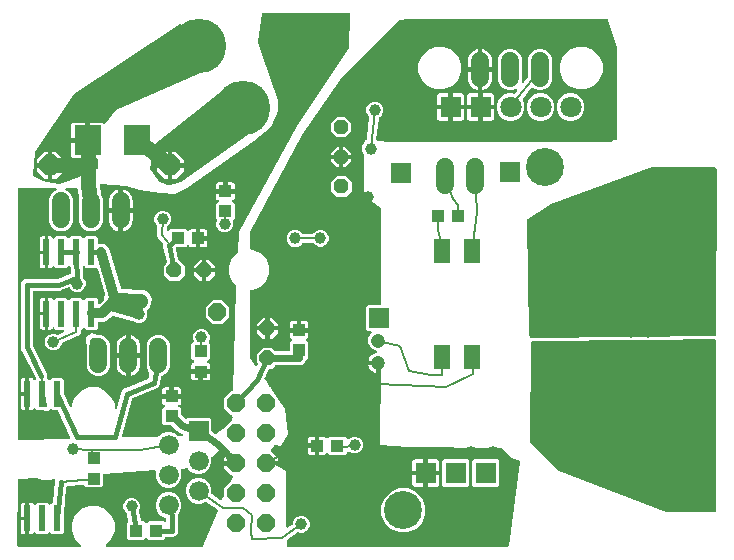
<source format=gbr>
G04 EAGLE Gerber X2 export*
%TF.Part,Single*%
%TF.FileFunction,Copper,L2,Bot,Mixed*%
%TF.FilePolarity,Positive*%
%TF.GenerationSoftware,Autodesk,EAGLE,8.6.3*%
%TF.CreationDate,2018-07-14T15:57:14Z*%
G75*
%MOMM*%
%FSLAX34Y34*%
%LPD*%
%AMOC8*
5,1,8,0,0,1.08239X$1,22.5*%
G01*
%ADD10C,1.524000*%
%ADD11P,1.924489X8X22.500000*%
%ADD12C,1.500000*%
%ADD13C,1.676400*%
%ADD14R,1.676400X1.676400*%
%ADD15R,1.800000X1.800000*%
%ADD16C,1.206400*%
%ADD17C,1.800000*%
%ADD18P,1.374635X8X112.500000*%
%ADD19R,1.000000X1.100000*%
%ADD20P,1.374635X8X22.500000*%
%ADD21R,1.100000X1.000000*%
%ADD22R,2.300000X2.500000*%
%ADD23R,0.600000X2.200000*%
%ADD24P,1.623585X8X22.500000*%
%ADD25R,1.400000X2.000000*%
%ADD26P,1.649562X8X292.500000*%
%ADD27P,1.319650X8X292.500000*%
%ADD28C,3.216000*%
%ADD29C,0.203200*%
%ADD30C,1.006400*%
%ADD31C,4.616000*%
%ADD32C,0.609600*%
%ADD33C,0.406400*%
%ADD34R,8.000000X8.000000*%
%ADD35C,4.216000*%
%ADD36C,1.270000*%
%ADD37C,0.812800*%

G36*
X310673Y208130D02*
X310673Y208130D01*
X310728Y208129D01*
X310813Y208150D01*
X310900Y208163D01*
X310950Y208185D01*
X311004Y208199D01*
X311079Y208243D01*
X311159Y208279D01*
X311201Y208315D01*
X311249Y208343D01*
X311309Y208406D01*
X311376Y208462D01*
X311407Y208509D01*
X311445Y208549D01*
X311485Y208626D01*
X311534Y208699D01*
X311550Y208752D01*
X311576Y208801D01*
X311588Y208871D01*
X311619Y208970D01*
X311622Y209066D01*
X311633Y209132D01*
X312115Y289694D01*
X312110Y289730D01*
X312113Y289767D01*
X312091Y289870D01*
X312077Y289976D01*
X312062Y290009D01*
X312055Y290045D01*
X312005Y290139D01*
X311962Y290236D01*
X311939Y290264D01*
X311922Y290296D01*
X311866Y290351D01*
X311780Y290454D01*
X311721Y290494D01*
X311683Y290531D01*
X297419Y300525D01*
X297696Y335685D01*
X297684Y335775D01*
X297681Y335867D01*
X297665Y335916D01*
X297658Y335966D01*
X297621Y336050D01*
X297593Y336137D01*
X297567Y336174D01*
X297544Y336227D01*
X297443Y336348D01*
X297398Y336411D01*
X296911Y336898D01*
X295835Y339495D01*
X295835Y342305D01*
X296911Y344902D01*
X297481Y345472D01*
X297531Y345539D01*
X297589Y345599D01*
X297616Y345652D01*
X297652Y345699D01*
X297681Y345777D01*
X297720Y345851D01*
X297729Y345902D01*
X297753Y345965D01*
X297765Y346104D01*
X297778Y346182D01*
X297795Y348302D01*
X298621Y348231D01*
X298667Y348234D01*
X298713Y348228D01*
X298809Y348242D01*
X298905Y348247D01*
X298948Y348262D01*
X298994Y348269D01*
X299082Y348309D01*
X299173Y348340D01*
X299211Y348367D01*
X299253Y348387D01*
X299326Y348449D01*
X299405Y348505D01*
X299434Y348541D01*
X299469Y348571D01*
X299522Y348652D01*
X299582Y348727D01*
X299600Y348770D01*
X299626Y348809D01*
X299646Y348881D01*
X299691Y348990D01*
X299700Y349073D01*
X299717Y349132D01*
X299880Y350611D01*
X301772Y367799D01*
X301772Y367800D01*
X301768Y367926D01*
X301763Y368083D01*
X301763Y368084D01*
X301720Y368219D01*
X301676Y368354D01*
X301676Y368355D01*
X301672Y368360D01*
X301517Y368590D01*
X301495Y368609D01*
X301481Y368628D01*
X300511Y369598D01*
X299435Y372195D01*
X299435Y375005D01*
X300511Y377602D01*
X302498Y379589D01*
X305095Y380665D01*
X307905Y380665D01*
X310502Y379589D01*
X312489Y377602D01*
X313565Y375005D01*
X313565Y372195D01*
X312489Y369598D01*
X310502Y367611D01*
X310458Y367592D01*
X310381Y367547D01*
X310301Y367511D01*
X310259Y367475D01*
X310213Y367448D01*
X310152Y367384D01*
X310085Y367326D01*
X310055Y367281D01*
X310018Y367241D01*
X309977Y367163D01*
X309928Y367089D01*
X309915Y367043D01*
X309887Y366989D01*
X309858Y366841D01*
X309837Y366766D01*
X307824Y348482D01*
X307826Y348411D01*
X307818Y348341D01*
X307831Y348270D01*
X307833Y348198D01*
X307854Y348131D01*
X307866Y348061D01*
X307898Y347996D01*
X307920Y347927D01*
X307959Y347869D01*
X307990Y347805D01*
X308038Y347751D01*
X308079Y347691D01*
X308133Y347646D01*
X308180Y347594D01*
X308241Y347555D01*
X308297Y347509D01*
X308361Y347480D01*
X308421Y347443D01*
X308480Y347428D01*
X308557Y347394D01*
X308673Y347378D01*
X308746Y347359D01*
X314213Y346889D01*
X314262Y346891D01*
X314300Y346885D01*
X507000Y346885D01*
X507057Y346893D01*
X507114Y346891D01*
X507197Y346913D01*
X507282Y346925D01*
X507334Y346948D01*
X507389Y346962D01*
X507463Y347006D01*
X507541Y347041D01*
X507585Y347078D01*
X507634Y347107D01*
X507693Y347169D01*
X507758Y347225D01*
X507790Y347272D01*
X507829Y347314D01*
X507868Y347390D01*
X507916Y347461D01*
X507933Y347516D01*
X507959Y347566D01*
X507971Y347635D01*
X508001Y347732D01*
X508004Y347830D01*
X508015Y347897D01*
X508016Y348085D01*
X510400Y348085D01*
X510457Y348093D01*
X510514Y348091D01*
X510597Y348113D01*
X510682Y348125D01*
X510734Y348148D01*
X510789Y348162D01*
X510863Y348206D01*
X510941Y348241D01*
X510985Y348278D01*
X511034Y348307D01*
X511093Y348369D01*
X511158Y348425D01*
X511190Y348472D01*
X511229Y348514D01*
X511268Y348590D01*
X511316Y348661D01*
X511333Y348716D01*
X511359Y348766D01*
X511371Y348835D01*
X511401Y348932D01*
X511404Y349030D01*
X511415Y349097D01*
X511615Y425897D01*
X511576Y426179D01*
X511569Y426195D01*
X511567Y426210D01*
X503967Y449910D01*
X503953Y449939D01*
X503950Y449951D01*
X503946Y449957D01*
X503937Y449990D01*
X503887Y450076D01*
X503843Y450166D01*
X503814Y450198D01*
X503793Y450234D01*
X503720Y450303D01*
X503653Y450377D01*
X503617Y450400D01*
X503586Y450429D01*
X503497Y450475D01*
X503412Y450528D01*
X503371Y450540D01*
X503333Y450559D01*
X503257Y450572D01*
X503138Y450606D01*
X503059Y450606D01*
X503002Y450615D01*
X331802Y450915D01*
X331731Y450905D01*
X331660Y450906D01*
X331591Y450886D01*
X331520Y450876D01*
X331455Y450847D01*
X331386Y450827D01*
X331326Y450789D01*
X331261Y450760D01*
X331206Y450714D01*
X331146Y450676D01*
X331106Y450630D01*
X331043Y450577D01*
X330977Y450478D01*
X330928Y450420D01*
X330622Y449908D01*
X328003Y449915D01*
X327914Y449903D01*
X327825Y449900D01*
X327774Y449884D01*
X327721Y449876D01*
X327640Y449840D01*
X327555Y449812D01*
X327517Y449785D01*
X327462Y449761D01*
X327345Y449663D01*
X327281Y449617D01*
X277081Y399317D01*
X277016Y399229D01*
X276965Y399177D01*
X244565Y352277D01*
X244533Y352215D01*
X244502Y352173D01*
X201202Y269873D01*
X201176Y269800D01*
X201140Y269731D01*
X201131Y269676D01*
X201106Y269605D01*
X201098Y269477D01*
X201085Y269400D01*
X201085Y256348D01*
X201093Y256290D01*
X201091Y256232D01*
X201113Y256150D01*
X201125Y256066D01*
X201149Y256013D01*
X201163Y255957D01*
X201206Y255884D01*
X201241Y255807D01*
X201279Y255762D01*
X201309Y255712D01*
X201370Y255654D01*
X201425Y255590D01*
X201473Y255558D01*
X201516Y255518D01*
X201591Y255479D01*
X201661Y255432D01*
X201717Y255415D01*
X201769Y255388D01*
X201837Y255377D01*
X201932Y255347D01*
X202032Y255344D01*
X202100Y255333D01*
X203288Y255333D01*
X209548Y252740D01*
X214340Y247948D01*
X216933Y241688D01*
X216933Y234912D01*
X214340Y228652D01*
X209548Y223860D01*
X203288Y221267D01*
X202100Y221267D01*
X202042Y221259D01*
X201984Y221261D01*
X201902Y221239D01*
X201819Y221227D01*
X201765Y221204D01*
X201709Y221189D01*
X201636Y221146D01*
X201559Y221111D01*
X201514Y221073D01*
X201464Y221044D01*
X201406Y220982D01*
X201342Y220928D01*
X201310Y220879D01*
X201270Y220836D01*
X201231Y220761D01*
X201185Y220691D01*
X201167Y220635D01*
X201140Y220583D01*
X201129Y220515D01*
X201099Y220420D01*
X201096Y220320D01*
X201085Y220252D01*
X201085Y163100D01*
X201104Y162961D01*
X201124Y162821D01*
X201124Y162820D01*
X201125Y162819D01*
X201241Y162559D01*
X201259Y162538D01*
X201268Y162518D01*
X205115Y157021D01*
X205137Y156997D01*
X205154Y156968D01*
X205234Y156893D01*
X205309Y156813D01*
X205337Y156796D01*
X205361Y156774D01*
X205459Y156724D01*
X205553Y156667D01*
X205585Y156659D01*
X205614Y156644D01*
X205722Y156623D01*
X205828Y156595D01*
X205861Y156596D01*
X205893Y156589D01*
X206002Y156599D01*
X206112Y156601D01*
X206143Y156611D01*
X206176Y156614D01*
X206279Y156654D01*
X206383Y156687D01*
X206411Y156705D01*
X206442Y156717D01*
X206529Y156783D01*
X206620Y156843D01*
X206642Y156869D01*
X206668Y156889D01*
X206713Y156953D01*
X206804Y157060D01*
X206832Y157121D01*
X206861Y157163D01*
X207141Y157744D01*
X207297Y158069D01*
X207306Y158097D01*
X207321Y158123D01*
X207349Y158232D01*
X207383Y158339D01*
X207384Y158370D01*
X207391Y158399D01*
X207388Y158511D01*
X207391Y158624D01*
X207383Y158653D01*
X207382Y158683D01*
X207348Y158790D01*
X207319Y158899D01*
X207304Y158925D01*
X207295Y158953D01*
X207249Y159017D01*
X207175Y159143D01*
X207128Y159187D01*
X207100Y159227D01*
X206709Y159617D01*
X206709Y166983D01*
X211917Y172191D01*
X219283Y172191D01*
X221728Y169746D01*
X221801Y169691D01*
X221868Y169629D01*
X221914Y169606D01*
X221955Y169575D01*
X222040Y169542D01*
X222122Y169501D01*
X222166Y169494D01*
X222220Y169474D01*
X222377Y169461D01*
X222453Y169448D01*
X233752Y169533D01*
X233806Y169541D01*
X233860Y169540D01*
X233946Y169562D01*
X234033Y169575D01*
X234083Y169598D01*
X234135Y169612D01*
X234211Y169657D01*
X234291Y169694D01*
X234333Y169729D01*
X234380Y169757D01*
X234440Y169821D01*
X234507Y169879D01*
X234537Y169925D01*
X234574Y169964D01*
X234614Y170043D01*
X234663Y170117D01*
X234679Y170169D01*
X234704Y170218D01*
X234716Y170288D01*
X234747Y170388D01*
X234748Y170483D01*
X234759Y170549D01*
X234759Y176752D01*
X236030Y178024D01*
X236060Y178063D01*
X236096Y178096D01*
X236145Y178176D01*
X236201Y178251D01*
X236219Y178296D01*
X236244Y178338D01*
X236269Y178429D01*
X236303Y178516D01*
X236307Y178565D01*
X236320Y178612D01*
X236318Y178706D01*
X236326Y178800D01*
X236316Y178848D01*
X236316Y178896D01*
X236289Y178986D01*
X236270Y179078D01*
X236248Y179122D01*
X236234Y179169D01*
X236183Y179247D01*
X236139Y179331D01*
X236106Y179366D01*
X236079Y179407D01*
X236022Y179454D01*
X235943Y179537D01*
X235868Y179581D01*
X235820Y179621D01*
X235740Y179667D01*
X235267Y180140D01*
X234932Y180719D01*
X234759Y181366D01*
X234759Y185169D01*
X241284Y185169D01*
X241342Y185177D01*
X241400Y185175D01*
X241482Y185197D01*
X241565Y185209D01*
X241619Y185233D01*
X241675Y185247D01*
X241748Y185290D01*
X241825Y185325D01*
X241869Y185363D01*
X241920Y185393D01*
X241977Y185454D01*
X242042Y185509D01*
X242074Y185557D01*
X242114Y185600D01*
X242153Y185675D01*
X242199Y185745D01*
X242217Y185801D01*
X242244Y185853D01*
X242255Y185921D01*
X242285Y186016D01*
X242288Y186116D01*
X242299Y186184D01*
X242299Y187201D01*
X242301Y187201D01*
X242301Y186184D01*
X242309Y186126D01*
X242308Y186068D01*
X242329Y185986D01*
X242341Y185903D01*
X242365Y185849D01*
X242379Y185793D01*
X242422Y185720D01*
X242457Y185643D01*
X242495Y185598D01*
X242525Y185548D01*
X242586Y185490D01*
X242641Y185426D01*
X242689Y185394D01*
X242732Y185354D01*
X242807Y185315D01*
X242877Y185269D01*
X242933Y185251D01*
X242985Y185224D01*
X243053Y185213D01*
X243148Y185183D01*
X243248Y185180D01*
X243316Y185169D01*
X249841Y185169D01*
X249841Y181366D01*
X249668Y180719D01*
X249333Y180140D01*
X248860Y179667D01*
X248780Y179621D01*
X248742Y179591D01*
X248698Y179568D01*
X248630Y179503D01*
X248556Y179446D01*
X248527Y179406D01*
X248492Y179372D01*
X248445Y179291D01*
X248390Y179215D01*
X248373Y179169D01*
X248348Y179127D01*
X248325Y179036D01*
X248293Y178948D01*
X248290Y178899D01*
X248278Y178852D01*
X248281Y178758D01*
X248275Y178664D01*
X248286Y178616D01*
X248287Y178567D01*
X248316Y178478D01*
X248336Y178386D01*
X248360Y178343D01*
X248375Y178297D01*
X248418Y178236D01*
X248472Y178136D01*
X248533Y178075D01*
X248570Y178024D01*
X249841Y176752D01*
X249841Y163648D01*
X248333Y162140D01*
X248319Y162121D01*
X248302Y162107D01*
X248260Y162043D01*
X248162Y161912D01*
X248142Y161861D01*
X248119Y161825D01*
X247827Y161153D01*
X247824Y161140D01*
X247818Y161130D01*
X247370Y160026D01*
X247352Y160002D01*
X246500Y159177D01*
X246492Y159167D01*
X246483Y159160D01*
X245648Y158312D01*
X245621Y158296D01*
X244519Y157861D01*
X244508Y157854D01*
X244497Y157852D01*
X243400Y157388D01*
X243370Y157383D01*
X242185Y157403D01*
X242172Y157401D01*
X242161Y157403D01*
X222542Y157255D01*
X222459Y157243D01*
X222375Y157240D01*
X222319Y157222D01*
X222260Y157213D01*
X222184Y157179D01*
X222105Y157153D01*
X222063Y157123D01*
X222002Y157095D01*
X221895Y157004D01*
X221831Y156958D01*
X219283Y154409D01*
X217451Y154409D01*
X217337Y154393D01*
X217221Y154383D01*
X217196Y154373D01*
X217170Y154369D01*
X217064Y154322D01*
X216956Y154280D01*
X216935Y154264D01*
X216910Y154253D01*
X216822Y154179D01*
X216730Y154108D01*
X216716Y154089D01*
X216693Y154070D01*
X216540Y153839D01*
X216536Y153834D01*
X216536Y153833D01*
X216397Y153546D01*
X216397Y153545D01*
X215909Y152530D01*
X215420Y151515D01*
X214932Y150500D01*
X214932Y150499D01*
X214444Y149485D01*
X214444Y149484D01*
X214443Y149484D01*
X213955Y148469D01*
X213467Y147454D01*
X213049Y146586D01*
X213024Y146506D01*
X212989Y146430D01*
X212981Y146371D01*
X212963Y146315D01*
X212961Y146231D01*
X212949Y146148D01*
X212957Y146090D01*
X212955Y146031D01*
X212976Y145950D01*
X212988Y145867D01*
X213010Y145821D01*
X213027Y145756D01*
X213098Y145634D01*
X213132Y145564D01*
X224563Y129228D01*
X224602Y129187D01*
X224617Y129154D01*
X224635Y129133D01*
X224644Y129112D01*
X230716Y120435D01*
X232856Y99040D01*
X226952Y89447D01*
X222156Y89714D01*
X222080Y89707D01*
X222003Y89711D01*
X221939Y89695D01*
X221873Y89690D01*
X221801Y89662D01*
X221726Y89644D01*
X221669Y89611D01*
X221608Y89588D01*
X221546Y89541D01*
X221479Y89503D01*
X221441Y89462D01*
X221381Y89417D01*
X221304Y89314D01*
X221251Y89257D01*
X218717Y85396D01*
X218676Y85308D01*
X218627Y85225D01*
X218616Y85180D01*
X218596Y85139D01*
X218581Y85043D01*
X218557Y84949D01*
X218558Y84903D01*
X218551Y84858D01*
X218563Y84762D01*
X218566Y84665D01*
X218580Y84621D01*
X218586Y84576D01*
X218624Y84487D01*
X218653Y84394D01*
X218677Y84362D01*
X218697Y84314D01*
X218806Y84181D01*
X218848Y84121D01*
X224461Y78509D01*
X224461Y76331D01*
X222027Y76331D01*
X221983Y76325D01*
X221939Y76327D01*
X221843Y76305D01*
X221745Y76291D01*
X221705Y76273D01*
X221662Y76263D01*
X221576Y76215D01*
X221486Y76175D01*
X221452Y76147D01*
X221414Y76125D01*
X221344Y76055D01*
X221269Y75991D01*
X221245Y75955D01*
X221213Y75923D01*
X221166Y75837D01*
X221111Y75755D01*
X221098Y75713D01*
X221077Y75674D01*
X221055Y75578D01*
X221026Y75484D01*
X221025Y75440D01*
X221015Y75396D01*
X221021Y75298D01*
X221018Y75200D01*
X221030Y75157D01*
X221032Y75113D01*
X221060Y75042D01*
X221090Y74925D01*
X221131Y74855D01*
X221153Y74799D01*
X222226Y72984D01*
X222306Y72883D01*
X222384Y72781D01*
X222394Y72773D01*
X222403Y72761D01*
X222636Y72597D01*
X222648Y72593D01*
X222658Y72586D01*
X223104Y72370D01*
X223161Y72352D01*
X223215Y72324D01*
X223282Y72313D01*
X223374Y72283D01*
X223477Y72280D01*
X223546Y72269D01*
X224472Y72269D01*
X224477Y72236D01*
X224487Y72122D01*
X224497Y72096D01*
X224501Y72068D01*
X224547Y71964D01*
X224588Y71857D01*
X224605Y71834D01*
X224617Y71809D01*
X224691Y71721D01*
X224760Y71630D01*
X224780Y71615D01*
X224800Y71592D01*
X225018Y71446D01*
X225034Y71436D01*
X231587Y68263D01*
X231729Y20998D01*
X231741Y20917D01*
X231743Y20835D01*
X231761Y20777D01*
X231770Y20717D01*
X231803Y20642D01*
X231828Y20564D01*
X231862Y20513D01*
X231887Y20458D01*
X231940Y20395D01*
X231985Y20327D01*
X232032Y20288D01*
X232071Y20241D01*
X232139Y20196D01*
X232202Y20143D01*
X232257Y20118D01*
X232308Y20085D01*
X232386Y20060D01*
X232461Y20026D01*
X232521Y20018D01*
X232579Y20000D01*
X232661Y19998D01*
X232743Y19986D01*
X232803Y19995D01*
X232864Y19993D01*
X232943Y20014D01*
X233024Y20025D01*
X233072Y20048D01*
X233139Y20066D01*
X233257Y20136D01*
X233327Y20170D01*
X236724Y22552D01*
X236803Y22607D01*
X236820Y22623D01*
X236827Y22630D01*
X236856Y22647D01*
X236931Y22727D01*
X237011Y22802D01*
X237028Y22830D01*
X237050Y22854D01*
X237100Y22952D01*
X237156Y23046D01*
X237165Y23078D01*
X237180Y23108D01*
X237188Y23159D01*
X237193Y23185D01*
X237228Y23321D01*
X237227Y23388D01*
X237235Y23439D01*
X237235Y24305D01*
X238311Y26902D01*
X240298Y28889D01*
X242895Y29965D01*
X245705Y29965D01*
X248302Y28889D01*
X250289Y26902D01*
X251365Y24305D01*
X251365Y21495D01*
X250289Y18898D01*
X248302Y16911D01*
X245705Y15835D01*
X242895Y15835D01*
X242410Y16036D01*
X242356Y16050D01*
X242305Y16073D01*
X242219Y16085D01*
X242135Y16107D01*
X242079Y16105D01*
X242023Y16113D01*
X241937Y16101D01*
X241851Y16099D01*
X241797Y16082D01*
X241742Y16074D01*
X241678Y16044D01*
X241580Y16012D01*
X241500Y15958D01*
X241439Y15929D01*
X232199Y9450D01*
X232173Y9426D01*
X232143Y9408D01*
X232070Y9329D01*
X231991Y9256D01*
X231973Y9226D01*
X231949Y9200D01*
X231901Y9104D01*
X231845Y9011D01*
X231837Y8978D01*
X231821Y8947D01*
X231808Y8869D01*
X231773Y8737D01*
X231775Y8667D01*
X231766Y8616D01*
X231778Y4877D01*
X231786Y4821D01*
X231784Y4764D01*
X231806Y4681D01*
X231818Y4596D01*
X231842Y4544D01*
X231856Y4489D01*
X231900Y4415D01*
X231935Y4336D01*
X231972Y4293D01*
X232001Y4244D01*
X232064Y4185D01*
X232120Y4120D01*
X232167Y4089D01*
X232209Y4050D01*
X232285Y4011D01*
X232357Y3963D01*
X232411Y3946D01*
X232462Y3920D01*
X232531Y3909D01*
X232628Y3878D01*
X232726Y3876D01*
X232793Y3865D01*
X418779Y3865D01*
X418908Y3883D01*
X419037Y3898D01*
X419048Y3903D01*
X419061Y3905D01*
X419179Y3958D01*
X419299Y4008D01*
X419309Y4016D01*
X419320Y4021D01*
X419419Y4105D01*
X419521Y4186D01*
X419528Y4196D01*
X419537Y4204D01*
X419609Y4313D01*
X419684Y4419D01*
X419687Y4430D01*
X419695Y4441D01*
X419781Y4712D01*
X419781Y4727D01*
X419785Y4739D01*
X429705Y75559D01*
X429705Y75674D01*
X429711Y75789D01*
X429705Y75816D01*
X429705Y75843D01*
X429673Y75954D01*
X429647Y76066D01*
X429634Y76090D01*
X429626Y76117D01*
X429565Y76214D01*
X429509Y76314D01*
X429489Y76333D01*
X429474Y76357D01*
X429388Y76433D01*
X429307Y76514D01*
X429285Y76525D01*
X429262Y76546D01*
X429022Y76660D01*
X429008Y76667D01*
X422271Y78814D01*
X413603Y87133D01*
X413546Y87173D01*
X413496Y87222D01*
X413431Y87256D01*
X413372Y87299D01*
X413306Y87322D01*
X413245Y87355D01*
X413184Y87366D01*
X413105Y87394D01*
X412988Y87402D01*
X412914Y87415D01*
X334724Y88517D01*
X310921Y90052D01*
X311330Y158410D01*
X311322Y158471D01*
X311323Y158532D01*
X311303Y158611D01*
X311292Y158691D01*
X311267Y158748D01*
X311251Y158807D01*
X311210Y158877D01*
X311177Y158952D01*
X311138Y158999D01*
X311106Y159052D01*
X311047Y159107D01*
X310995Y159170D01*
X310944Y159204D01*
X310899Y159246D01*
X310826Y159283D01*
X310759Y159329D01*
X310700Y159348D01*
X310646Y159376D01*
X310579Y159387D01*
X310488Y159416D01*
X310384Y159419D01*
X310315Y159431D01*
X309531Y159431D01*
X309531Y160384D01*
X309523Y160442D01*
X309524Y160500D01*
X309503Y160582D01*
X309491Y160666D01*
X309467Y160719D01*
X309453Y160775D01*
X309409Y160848D01*
X309375Y160925D01*
X309337Y160970D01*
X309307Y161020D01*
X309246Y161078D01*
X309191Y161142D01*
X309143Y161174D01*
X309100Y161214D01*
X309025Y161253D01*
X308955Y161300D01*
X308899Y161317D01*
X308847Y161344D01*
X308779Y161355D01*
X308684Y161385D01*
X308584Y161388D01*
X308516Y161399D01*
X301157Y161399D01*
X301257Y161901D01*
X301903Y163461D01*
X302841Y164865D01*
X304035Y166059D01*
X305439Y166997D01*
X306999Y167643D01*
X307869Y167816D01*
X307910Y167831D01*
X307953Y167837D01*
X308043Y167877D01*
X308138Y167910D01*
X308173Y167935D01*
X308212Y167953D01*
X308288Y168017D01*
X308369Y168075D01*
X308396Y168109D01*
X308429Y168137D01*
X308484Y168219D01*
X308546Y168297D01*
X308563Y168337D01*
X308587Y168373D01*
X308617Y168468D01*
X308655Y168560D01*
X308659Y168603D01*
X308672Y168644D01*
X308675Y168744D01*
X308686Y168843D01*
X308679Y168885D01*
X308680Y168928D01*
X308655Y169025D01*
X308638Y169123D01*
X308619Y169162D01*
X308608Y169203D01*
X308557Y169289D01*
X308514Y169379D01*
X308485Y169411D01*
X308463Y169448D01*
X308390Y169516D01*
X308323Y169590D01*
X308287Y169613D01*
X308255Y169642D01*
X308167Y169688D01*
X308082Y169740D01*
X308041Y169752D01*
X308002Y169772D01*
X307927Y169784D01*
X307836Y169810D01*
X307374Y170001D01*
X307374Y170002D01*
X304937Y171011D01*
X304644Y171132D01*
X302232Y173544D01*
X300927Y176695D01*
X300927Y180105D01*
X302232Y183256D01*
X303520Y184544D01*
X303538Y184568D01*
X303560Y184587D01*
X303623Y184681D01*
X303691Y184771D01*
X303702Y184799D01*
X303718Y184823D01*
X303752Y184931D01*
X303793Y185037D01*
X303795Y185066D01*
X303804Y185094D01*
X303807Y185208D01*
X303816Y185320D01*
X303810Y185349D01*
X303811Y185378D01*
X303783Y185488D01*
X303760Y185599D01*
X303747Y185625D01*
X303739Y185653D01*
X303682Y185751D01*
X303629Y185851D01*
X303609Y185873D01*
X303594Y185898D01*
X303512Y185975D01*
X303433Y186057D01*
X303408Y186072D01*
X303387Y186092D01*
X303286Y186144D01*
X303188Y186201D01*
X303160Y186208D01*
X303134Y186222D01*
X303056Y186235D01*
X302913Y186271D01*
X302850Y186269D01*
X302803Y186277D01*
X300666Y186277D01*
X299177Y187766D01*
X299177Y206634D01*
X300666Y208123D01*
X310618Y208123D01*
X310673Y208130D01*
G37*
G36*
X47857Y95378D02*
X47857Y95378D01*
X47978Y95398D01*
X48099Y95413D01*
X48117Y95421D01*
X48138Y95424D01*
X48248Y95477D01*
X48360Y95525D01*
X48376Y95538D01*
X48394Y95546D01*
X48486Y95627D01*
X48580Y95705D01*
X48592Y95721D01*
X48607Y95735D01*
X48672Y95838D01*
X48742Y95939D01*
X48748Y95958D01*
X48759Y95975D01*
X48793Y96092D01*
X48832Y96208D01*
X48833Y96228D01*
X48839Y96248D01*
X48839Y96370D01*
X48844Y96492D01*
X48839Y96510D01*
X48839Y96532D01*
X48761Y96806D01*
X48758Y96811D01*
X48756Y96816D01*
X38545Y119067D01*
X38478Y119173D01*
X38414Y119280D01*
X38401Y119292D01*
X38392Y119307D01*
X38298Y119389D01*
X38207Y119474D01*
X38191Y119482D01*
X38178Y119494D01*
X38065Y119547D01*
X37954Y119604D01*
X37938Y119606D01*
X37920Y119615D01*
X37640Y119659D01*
X37630Y119658D01*
X37623Y119659D01*
X33598Y119659D01*
X32822Y120435D01*
X32774Y120471D01*
X32732Y120515D01*
X32660Y120556D01*
X32595Y120606D01*
X32538Y120627D01*
X32486Y120658D01*
X32406Y120678D01*
X32329Y120707D01*
X32269Y120712D01*
X32210Y120727D01*
X32128Y120724D01*
X32046Y120730D01*
X31987Y120719D01*
X31926Y120716D01*
X31848Y120691D01*
X31767Y120675D01*
X31713Y120647D01*
X31656Y120628D01*
X31588Y120581D01*
X31515Y120544D01*
X31471Y120502D01*
X31421Y120468D01*
X31379Y120414D01*
X31309Y120348D01*
X31257Y120259D01*
X31213Y120204D01*
X30759Y119372D01*
X30757Y119372D01*
X30648Y119317D01*
X30537Y119267D01*
X30521Y119253D01*
X30503Y119244D01*
X30449Y119192D01*
X30320Y119082D01*
X30294Y119041D01*
X28952Y118834D01*
X28879Y118812D01*
X28821Y118805D01*
X27527Y118425D01*
X27525Y118427D01*
X27410Y118465D01*
X27295Y118508D01*
X27275Y118509D01*
X27255Y118516D01*
X27181Y118517D01*
X27012Y118530D01*
X26964Y118520D01*
X25869Y119322D01*
X25801Y119359D01*
X25756Y119394D01*
X25498Y119535D01*
X25419Y119565D01*
X25343Y119604D01*
X25293Y119612D01*
X25232Y119635D01*
X25089Y119646D01*
X25012Y119659D01*
X20898Y119659D01*
X19183Y121374D01*
X19144Y121403D01*
X19111Y121439D01*
X19030Y121489D01*
X18955Y121545D01*
X18910Y121562D01*
X18868Y121588D01*
X18778Y121613D01*
X18690Y121646D01*
X18641Y121650D01*
X18594Y121663D01*
X18500Y121662D01*
X18407Y121670D01*
X18359Y121660D01*
X18310Y121660D01*
X18220Y121632D01*
X18128Y121614D01*
X18085Y121591D01*
X18038Y121577D01*
X17959Y121526D01*
X17875Y121483D01*
X17840Y121449D01*
X17799Y121423D01*
X17752Y121366D01*
X17669Y121287D01*
X17626Y121212D01*
X17586Y121164D01*
X17283Y120640D01*
X16810Y120167D01*
X16231Y119832D01*
X15584Y119659D01*
X13749Y119659D01*
X13749Y132716D01*
X13741Y132774D01*
X13743Y132832D01*
X13721Y132914D01*
X13709Y132997D01*
X13686Y133051D01*
X13671Y133107D01*
X13628Y133180D01*
X13619Y133199D01*
X13650Y133245D01*
X13667Y133301D01*
X13694Y133353D01*
X13705Y133421D01*
X13735Y133516D01*
X13738Y133616D01*
X13749Y133684D01*
X13749Y146741D01*
X15584Y146741D01*
X16231Y146568D01*
X16810Y146233D01*
X17283Y145760D01*
X17586Y145236D01*
X17616Y145198D01*
X17638Y145154D01*
X17703Y145086D01*
X17761Y145012D01*
X17800Y144984D01*
X17834Y144948D01*
X17915Y144901D01*
X17991Y144846D01*
X18037Y144829D01*
X18079Y144805D01*
X18170Y144781D01*
X18259Y144750D01*
X18308Y144746D01*
X18355Y144734D01*
X18448Y144737D01*
X18542Y144731D01*
X18590Y144742D01*
X18639Y144744D01*
X18728Y144772D01*
X18820Y144793D01*
X18863Y144816D01*
X18909Y144831D01*
X18970Y144874D01*
X19070Y144928D01*
X19132Y144989D01*
X19183Y145026D01*
X19315Y145158D01*
X19338Y145189D01*
X19367Y145214D01*
X19423Y145302D01*
X19486Y145385D01*
X19499Y145421D01*
X19520Y145454D01*
X19550Y145553D01*
X19587Y145651D01*
X19590Y145689D01*
X19601Y145726D01*
X19602Y145830D01*
X19610Y145934D01*
X19603Y145972D01*
X19603Y146010D01*
X19580Y146085D01*
X19554Y146213D01*
X19520Y146278D01*
X19504Y146331D01*
X7801Y169641D01*
X7639Y169875D01*
X7622Y169889D01*
X7611Y169903D01*
X7593Y169922D01*
X7291Y170651D01*
X7270Y170687D01*
X7260Y170718D01*
X6906Y171423D01*
X6904Y171450D01*
X6844Y171728D01*
X6834Y171747D01*
X6829Y171765D01*
X6819Y171789D01*
X6819Y172579D01*
X6813Y172619D01*
X6817Y172652D01*
X6759Y173439D01*
X6768Y173465D01*
X6818Y173744D01*
X6816Y173766D01*
X6819Y173784D01*
X6819Y225478D01*
X6819Y225482D01*
X6819Y225486D01*
X6812Y226493D01*
X7198Y227424D01*
X7199Y227428D01*
X7201Y227431D01*
X7579Y228364D01*
X8292Y229078D01*
X8295Y229081D01*
X8298Y229083D01*
X9004Y229800D01*
X9935Y230186D01*
X9939Y230188D01*
X9942Y230189D01*
X10870Y230581D01*
X11879Y230581D01*
X11883Y230581D01*
X11886Y230581D01*
X37871Y230773D01*
X37882Y230774D01*
X37894Y230773D01*
X37953Y230785D01*
X38152Y230814D01*
X38190Y230832D01*
X38223Y230838D01*
X48566Y234752D01*
X48596Y234768D01*
X48628Y234778D01*
X48720Y234836D01*
X48815Y234889D01*
X48839Y234913D01*
X48868Y234931D01*
X48940Y235013D01*
X49017Y235089D01*
X49033Y235119D01*
X49055Y235144D01*
X49102Y235243D01*
X49155Y235338D01*
X49162Y235371D01*
X49177Y235401D01*
X49187Y235479D01*
X49218Y235615D01*
X49215Y235683D01*
X49222Y235734D01*
X49092Y239776D01*
X49080Y239846D01*
X49078Y239917D01*
X49056Y239985D01*
X49044Y240056D01*
X49012Y240120D01*
X48990Y240188D01*
X48955Y240237D01*
X48919Y240311D01*
X48840Y240400D01*
X48796Y240461D01*
X48118Y241139D01*
X48071Y241174D01*
X48031Y241217D01*
X47958Y241259D01*
X47891Y241310D01*
X47836Y241331D01*
X47786Y241360D01*
X47704Y241381D01*
X47625Y241411D01*
X47567Y241416D01*
X47510Y241430D01*
X47426Y241428D01*
X47342Y241435D01*
X47284Y241423D01*
X47226Y241421D01*
X47146Y241395D01*
X47063Y241379D01*
X47011Y241352D01*
X46955Y241334D01*
X46899Y241294D01*
X46811Y241248D01*
X46738Y241179D01*
X46682Y241139D01*
X45102Y239559D01*
X36998Y239559D01*
X35283Y241274D01*
X35244Y241304D01*
X35211Y241340D01*
X35131Y241389D01*
X35056Y241445D01*
X35010Y241462D01*
X34968Y241488D01*
X34878Y241513D01*
X34790Y241546D01*
X34741Y241550D01*
X34694Y241563D01*
X34600Y241562D01*
X34507Y241570D01*
X34459Y241560D01*
X34410Y241560D01*
X34320Y241532D01*
X34228Y241514D01*
X34185Y241492D01*
X34138Y241477D01*
X34059Y241426D01*
X33975Y241383D01*
X33940Y241349D01*
X33899Y241323D01*
X33852Y241266D01*
X33769Y241187D01*
X33725Y241112D01*
X33686Y241064D01*
X33383Y240540D01*
X32910Y240067D01*
X32331Y239732D01*
X31684Y239559D01*
X29849Y239559D01*
X29849Y252616D01*
X29841Y252674D01*
X29843Y252732D01*
X29821Y252814D01*
X29809Y252897D01*
X29786Y252951D01*
X29771Y253007D01*
X29728Y253080D01*
X29719Y253099D01*
X29750Y253145D01*
X29767Y253201D01*
X29794Y253253D01*
X29805Y253321D01*
X29835Y253416D01*
X29838Y253516D01*
X29849Y253584D01*
X29849Y266641D01*
X31684Y266641D01*
X32331Y266468D01*
X32910Y266133D01*
X33383Y265660D01*
X33686Y265136D01*
X33716Y265098D01*
X33738Y265054D01*
X33803Y264986D01*
X33861Y264912D01*
X33900Y264884D01*
X33934Y264848D01*
X34015Y264801D01*
X34091Y264746D01*
X34137Y264729D01*
X34179Y264705D01*
X34270Y264681D01*
X34359Y264650D01*
X34408Y264646D01*
X34455Y264634D01*
X34548Y264637D01*
X34642Y264631D01*
X34690Y264642D01*
X34739Y264643D01*
X34828Y264672D01*
X34920Y264693D01*
X34963Y264716D01*
X35009Y264731D01*
X35070Y264774D01*
X35170Y264828D01*
X35232Y264889D01*
X35283Y264926D01*
X36998Y266641D01*
X45102Y266641D01*
X46682Y265061D01*
X46729Y265026D01*
X46769Y264983D01*
X46842Y264941D01*
X46909Y264890D01*
X46964Y264869D01*
X47014Y264840D01*
X47096Y264819D01*
X47175Y264789D01*
X47233Y264784D01*
X47290Y264770D01*
X47374Y264772D01*
X47458Y264765D01*
X47516Y264777D01*
X47574Y264779D01*
X47654Y264805D01*
X47737Y264821D01*
X47789Y264848D01*
X47845Y264866D01*
X47901Y264906D01*
X47989Y264952D01*
X48062Y265021D01*
X48118Y265061D01*
X49698Y266641D01*
X57802Y266641D01*
X59382Y265061D01*
X59429Y265026D01*
X59469Y264983D01*
X59542Y264941D01*
X59609Y264890D01*
X59664Y264869D01*
X59714Y264840D01*
X59796Y264819D01*
X59875Y264789D01*
X59933Y264784D01*
X59990Y264770D01*
X60074Y264772D01*
X60158Y264765D01*
X60216Y264777D01*
X60274Y264779D01*
X60354Y264805D01*
X60437Y264821D01*
X60489Y264848D01*
X60545Y264866D01*
X60601Y264906D01*
X60689Y264952D01*
X60762Y265021D01*
X60818Y265061D01*
X62398Y266641D01*
X70502Y266641D01*
X71991Y265152D01*
X71991Y260956D01*
X71999Y260896D01*
X71998Y260836D01*
X72019Y260756D01*
X72031Y260674D01*
X72055Y260620D01*
X72070Y260562D01*
X72113Y260491D01*
X72147Y260415D01*
X72186Y260369D01*
X72217Y260318D01*
X72277Y260261D01*
X72330Y260198D01*
X72381Y260165D01*
X72424Y260124D01*
X72498Y260086D01*
X72567Y260040D01*
X72624Y260022D01*
X72678Y259995D01*
X72759Y259980D01*
X72838Y259955D01*
X72898Y259953D01*
X72957Y259942D01*
X73025Y259950D01*
X73122Y259947D01*
X73221Y259973D01*
X73291Y259981D01*
X74464Y260324D01*
X77277Y260018D01*
X79758Y258658D01*
X81531Y256452D01*
X91324Y222925D01*
X91339Y222890D01*
X91347Y222853D01*
X91397Y222761D01*
X91441Y222665D01*
X91465Y222637D01*
X91483Y222603D01*
X91557Y222529D01*
X91625Y222449D01*
X91657Y222428D01*
X91683Y222401D01*
X91775Y222350D01*
X91862Y222292D01*
X91898Y222281D01*
X91932Y222262D01*
X92008Y222247D01*
X92133Y222207D01*
X92206Y222206D01*
X92260Y222195D01*
X110318Y221523D01*
X113717Y219964D01*
X116260Y217224D01*
X117562Y213719D01*
X117423Y209982D01*
X115864Y206583D01*
X113539Y204425D01*
X113490Y204364D01*
X113433Y204311D01*
X113401Y204255D01*
X113360Y204204D01*
X113329Y204132D01*
X113290Y204065D01*
X113274Y204002D01*
X113249Y203943D01*
X113239Y203865D01*
X113220Y203789D01*
X113222Y203725D01*
X113215Y203660D01*
X113227Y203583D01*
X113230Y203505D01*
X113248Y203453D01*
X113260Y203380D01*
X113316Y203262D01*
X113342Y203189D01*
X113607Y202710D01*
X113638Y202440D01*
X113707Y202173D01*
X113709Y202166D01*
X113813Y201915D01*
X113813Y200961D01*
X113820Y200908D01*
X113819Y200877D01*
X113821Y200872D01*
X113819Y200846D01*
X113927Y199898D01*
X113852Y199637D01*
X113814Y199365D01*
X113813Y199357D01*
X113813Y199085D01*
X113448Y198204D01*
X113431Y198140D01*
X113410Y198095D01*
X113147Y197178D01*
X112977Y196966D01*
X112838Y196728D01*
X112834Y196722D01*
X112730Y196471D01*
X112055Y195796D01*
X112016Y195744D01*
X111979Y195711D01*
X111385Y194964D01*
X111147Y194833D01*
X110927Y194667D01*
X110921Y194662D01*
X110729Y194470D01*
X109848Y194105D01*
X109791Y194072D01*
X109744Y194055D01*
X108910Y193593D01*
X108640Y193562D01*
X108373Y193493D01*
X108366Y193491D01*
X108115Y193387D01*
X107161Y193387D01*
X107096Y193378D01*
X107046Y193381D01*
X106098Y193273D01*
X105837Y193348D01*
X105565Y193386D01*
X105557Y193387D01*
X105285Y193387D01*
X104404Y193752D01*
X104341Y193769D01*
X104295Y193790D01*
X84650Y199427D01*
X84558Y199440D01*
X84467Y199462D01*
X84418Y199459D01*
X84369Y199466D01*
X84276Y199453D01*
X84183Y199449D01*
X84136Y199433D01*
X84087Y199426D01*
X84002Y199388D01*
X83914Y199358D01*
X83879Y199332D01*
X83828Y199309D01*
X83705Y199204D01*
X83643Y199159D01*
X81881Y197350D01*
X81878Y197345D01*
X81873Y197341D01*
X81849Y197306D01*
X81713Y197120D01*
X81701Y197087D01*
X81685Y197063D01*
X81684Y197061D01*
X80794Y196231D01*
X80776Y196210D01*
X80758Y196197D01*
X79909Y195324D01*
X79907Y195323D01*
X79902Y195320D01*
X79896Y195319D01*
X79860Y195295D01*
X79664Y195176D01*
X79640Y195149D01*
X79616Y195133D01*
X79614Y195132D01*
X78474Y194706D01*
X78450Y194693D01*
X78428Y194688D01*
X77310Y194207D01*
X77307Y194207D01*
X77301Y194206D01*
X77295Y194207D01*
X77252Y194198D01*
X77026Y194163D01*
X76994Y194148D01*
X76965Y194143D01*
X76963Y194142D01*
X75747Y194185D01*
X75719Y194182D01*
X75697Y194185D01*
X74480Y194169D01*
X74478Y194170D01*
X74472Y194171D01*
X74467Y194174D01*
X74424Y194183D01*
X74202Y194237D01*
X74166Y194236D01*
X74138Y194242D01*
X73042Y194280D01*
X72966Y194272D01*
X72890Y194274D01*
X72825Y194257D01*
X72759Y194250D01*
X72688Y194222D01*
X72615Y194202D01*
X72558Y194168D01*
X72496Y194143D01*
X72436Y194096D01*
X72370Y194057D01*
X72325Y194009D01*
X72272Y193967D01*
X72228Y193906D01*
X72176Y193850D01*
X72145Y193790D01*
X72107Y193736D01*
X72081Y193665D01*
X72046Y193597D01*
X72037Y193540D01*
X72011Y193469D01*
X72004Y193342D01*
X71991Y193266D01*
X71991Y189048D01*
X70502Y187559D01*
X62398Y187559D01*
X60818Y189139D01*
X60771Y189174D01*
X60731Y189217D01*
X60658Y189259D01*
X60591Y189310D01*
X60536Y189331D01*
X60486Y189360D01*
X60404Y189381D01*
X60325Y189411D01*
X60267Y189416D01*
X60210Y189430D01*
X60126Y189428D01*
X60042Y189435D01*
X59984Y189423D01*
X59926Y189421D01*
X59846Y189395D01*
X59763Y189379D01*
X59711Y189352D01*
X59655Y189334D01*
X59599Y189294D01*
X59511Y189248D01*
X59438Y189179D01*
X59382Y189139D01*
X57804Y187561D01*
X57788Y187539D01*
X57767Y187522D01*
X57702Y187426D01*
X57633Y187334D01*
X57623Y187308D01*
X57608Y187286D01*
X57573Y187176D01*
X57532Y187068D01*
X57530Y187041D01*
X57521Y187015D01*
X57518Y186900D01*
X57508Y186785D01*
X57514Y186758D01*
X57513Y186731D01*
X57534Y186656D01*
X57564Y186506D01*
X57592Y186453D01*
X57604Y186408D01*
X57694Y186218D01*
X57398Y185388D01*
X57341Y185110D01*
X57342Y185092D01*
X57339Y185077D01*
X57313Y184196D01*
X56977Y183879D01*
X56932Y183824D01*
X56881Y183775D01*
X56851Y183722D01*
X56799Y183657D01*
X56754Y183548D01*
X56717Y183482D01*
X56562Y183047D01*
X55765Y182670D01*
X55528Y182513D01*
X55516Y182500D01*
X55503Y182491D01*
X54862Y181887D01*
X54400Y181901D01*
X54330Y181893D01*
X54259Y181895D01*
X54200Y181878D01*
X54118Y181869D01*
X54008Y181824D01*
X53936Y181803D01*
X41849Y176078D01*
X41797Y176044D01*
X41740Y176018D01*
X41679Y175966D01*
X41612Y175922D01*
X41571Y175874D01*
X41524Y175834D01*
X41489Y175777D01*
X41427Y175706D01*
X41384Y175610D01*
X41346Y175549D01*
X40289Y172998D01*
X38302Y171011D01*
X35705Y169935D01*
X32895Y169935D01*
X30298Y171011D01*
X28311Y172998D01*
X27235Y175595D01*
X27235Y178405D01*
X28311Y181002D01*
X30298Y182989D01*
X32895Y184065D01*
X35705Y184065D01*
X37431Y183350D01*
X37539Y183322D01*
X37647Y183288D01*
X37677Y183287D01*
X37706Y183279D01*
X37818Y183282D01*
X37931Y183279D01*
X37957Y183286D01*
X37990Y183287D01*
X38223Y183362D01*
X38254Y183371D01*
X43016Y185626D01*
X43067Y185660D01*
X43123Y185685D01*
X43185Y185738D01*
X43254Y185783D01*
X43293Y185829D01*
X43340Y185869D01*
X43385Y185937D01*
X43438Y185999D01*
X43464Y186054D01*
X43497Y186105D01*
X43522Y186183D01*
X43556Y186258D01*
X43565Y186318D01*
X43583Y186376D01*
X43585Y186458D01*
X43597Y186539D01*
X43589Y186600D01*
X43590Y186660D01*
X43570Y186740D01*
X43559Y186821D01*
X43534Y186877D01*
X43519Y186935D01*
X43477Y187006D01*
X43443Y187081D01*
X43404Y187128D01*
X43373Y187180D01*
X43313Y187236D01*
X43261Y187299D01*
X43210Y187333D01*
X43166Y187374D01*
X43093Y187412D01*
X43025Y187457D01*
X42967Y187476D01*
X42913Y187504D01*
X42846Y187515D01*
X42754Y187545D01*
X42651Y187548D01*
X42582Y187559D01*
X36998Y187559D01*
X35283Y189274D01*
X35244Y189303D01*
X35211Y189339D01*
X35130Y189389D01*
X35055Y189445D01*
X35010Y189462D01*
X34968Y189488D01*
X34878Y189513D01*
X34790Y189546D01*
X34741Y189550D01*
X34694Y189563D01*
X34600Y189562D01*
X34507Y189570D01*
X34459Y189560D01*
X34410Y189560D01*
X34320Y189532D01*
X34228Y189514D01*
X34185Y189491D01*
X34138Y189477D01*
X34059Y189426D01*
X33975Y189383D01*
X33940Y189349D01*
X33899Y189323D01*
X33852Y189266D01*
X33769Y189187D01*
X33726Y189112D01*
X33686Y189064D01*
X33383Y188540D01*
X32910Y188067D01*
X32331Y187732D01*
X31684Y187559D01*
X29849Y187559D01*
X29849Y200616D01*
X29841Y200674D01*
X29843Y200732D01*
X29821Y200814D01*
X29809Y200897D01*
X29786Y200951D01*
X29771Y201007D01*
X29728Y201080D01*
X29719Y201099D01*
X29750Y201145D01*
X29767Y201201D01*
X29794Y201253D01*
X29805Y201321D01*
X29835Y201416D01*
X29838Y201516D01*
X29849Y201584D01*
X29849Y214641D01*
X31684Y214641D01*
X32331Y214468D01*
X32910Y214133D01*
X33383Y213660D01*
X33686Y213136D01*
X33716Y213098D01*
X33738Y213054D01*
X33803Y212986D01*
X33861Y212912D01*
X33900Y212884D01*
X33934Y212848D01*
X34015Y212801D01*
X34091Y212746D01*
X34137Y212729D01*
X34179Y212705D01*
X34270Y212681D01*
X34359Y212650D01*
X34408Y212646D01*
X34455Y212634D01*
X34548Y212637D01*
X34642Y212631D01*
X34690Y212642D01*
X34739Y212644D01*
X34828Y212672D01*
X34920Y212693D01*
X34963Y212716D01*
X35009Y212731D01*
X35070Y212774D01*
X35170Y212828D01*
X35232Y212889D01*
X35283Y212926D01*
X36998Y214641D01*
X45102Y214641D01*
X46682Y213061D01*
X46729Y213026D01*
X46769Y212983D01*
X46842Y212941D01*
X46909Y212890D01*
X46964Y212869D01*
X47014Y212840D01*
X47096Y212819D01*
X47175Y212789D01*
X47233Y212784D01*
X47290Y212770D01*
X47374Y212772D01*
X47458Y212765D01*
X47516Y212777D01*
X47574Y212779D01*
X47654Y212805D01*
X47737Y212821D01*
X47789Y212848D01*
X47845Y212866D01*
X47901Y212906D01*
X47989Y212952D01*
X48062Y213021D01*
X48118Y213061D01*
X49698Y214641D01*
X57802Y214641D01*
X59382Y213061D01*
X59429Y213026D01*
X59469Y212983D01*
X59542Y212941D01*
X59609Y212890D01*
X59664Y212869D01*
X59714Y212840D01*
X59796Y212819D01*
X59875Y212789D01*
X59933Y212784D01*
X59990Y212770D01*
X60074Y212772D01*
X60158Y212765D01*
X60216Y212777D01*
X60274Y212779D01*
X60354Y212805D01*
X60437Y212821D01*
X60489Y212848D01*
X60545Y212866D01*
X60601Y212906D01*
X60689Y212952D01*
X60762Y213021D01*
X60818Y213061D01*
X62398Y214641D01*
X70502Y214641D01*
X71991Y213152D01*
X71991Y210082D01*
X71996Y210046D01*
X71993Y210010D01*
X72016Y209905D01*
X72031Y209800D01*
X72045Y209767D01*
X72053Y209732D01*
X72103Y209638D01*
X72147Y209541D01*
X72170Y209513D01*
X72187Y209481D01*
X72262Y209405D01*
X72330Y209324D01*
X72361Y209304D01*
X72386Y209278D01*
X72478Y209225D01*
X72567Y209166D01*
X72602Y209155D01*
X72633Y209137D01*
X72736Y209112D01*
X72838Y209080D01*
X72874Y209079D01*
X72909Y209071D01*
X73016Y209076D01*
X73122Y209073D01*
X73157Y209082D01*
X73193Y209084D01*
X73294Y209118D01*
X73397Y209145D01*
X73428Y209163D01*
X73463Y209175D01*
X73526Y209221D01*
X73642Y209290D01*
X73690Y209342D01*
X73733Y209373D01*
X76919Y212645D01*
X76956Y212695D01*
X77000Y212739D01*
X77039Y212810D01*
X77087Y212875D01*
X77109Y212933D01*
X77139Y212987D01*
X77152Y213053D01*
X77185Y213142D01*
X77192Y213246D01*
X77207Y213316D01*
X77277Y215218D01*
X78022Y216842D01*
X78037Y216891D01*
X78060Y216937D01*
X78077Y217027D01*
X78103Y217114D01*
X78104Y217166D01*
X78113Y217216D01*
X78105Y217289D01*
X78105Y217399D01*
X78081Y217485D01*
X78074Y217550D01*
X71858Y238829D01*
X71835Y238880D01*
X71821Y238935D01*
X71777Y239009D01*
X71741Y239088D01*
X71704Y239131D01*
X71675Y239180D01*
X71613Y239239D01*
X71557Y239304D01*
X71510Y239335D01*
X71468Y239374D01*
X71392Y239414D01*
X71320Y239461D01*
X71266Y239478D01*
X71215Y239504D01*
X71146Y239515D01*
X71049Y239546D01*
X70951Y239548D01*
X70884Y239559D01*
X62398Y239559D01*
X60977Y240980D01*
X60941Y241007D01*
X60910Y241041D01*
X60828Y241092D01*
X60750Y241151D01*
X60707Y241167D01*
X60669Y241191D01*
X60575Y241217D01*
X60484Y241252D01*
X60439Y241256D01*
X60395Y241268D01*
X60298Y241267D01*
X60201Y241275D01*
X60157Y241266D01*
X60111Y241266D01*
X60017Y241239D01*
X59922Y241219D01*
X59882Y241198D01*
X59838Y241186D01*
X59756Y241133D01*
X59670Y241088D01*
X59637Y241057D01*
X59599Y241033D01*
X59534Y240960D01*
X59464Y240893D01*
X59441Y240853D01*
X59411Y240819D01*
X59369Y240731D01*
X59320Y240647D01*
X59309Y240603D01*
X59289Y240562D01*
X59279Y240487D01*
X59250Y240372D01*
X59253Y240289D01*
X59245Y240229D01*
X59509Y231971D01*
X59521Y231901D01*
X59523Y231830D01*
X59545Y231762D01*
X59557Y231691D01*
X59589Y231627D01*
X59610Y231559D01*
X59646Y231510D01*
X59682Y231436D01*
X59761Y231347D01*
X59805Y231286D01*
X60589Y230502D01*
X61665Y227905D01*
X61665Y225095D01*
X60589Y222498D01*
X58602Y220511D01*
X56005Y219435D01*
X53195Y219435D01*
X50598Y220511D01*
X48611Y222498D01*
X48484Y222804D01*
X48462Y222841D01*
X48448Y222882D01*
X48390Y222963D01*
X48340Y223049D01*
X48308Y223079D01*
X48284Y223113D01*
X48205Y223176D01*
X48133Y223244D01*
X48095Y223264D01*
X48061Y223291D01*
X47969Y223329D01*
X47880Y223375D01*
X47838Y223383D01*
X47799Y223399D01*
X47699Y223410D01*
X47601Y223430D01*
X47559Y223426D01*
X47516Y223431D01*
X47441Y223416D01*
X47318Y223405D01*
X47244Y223377D01*
X47187Y223365D01*
X40907Y220989D01*
X40888Y220979D01*
X40871Y220975D01*
X40006Y220609D01*
X39875Y220590D01*
X38959Y220618D01*
X38938Y220616D01*
X38920Y220619D01*
X17988Y220464D01*
X17934Y220456D01*
X17880Y220457D01*
X17794Y220435D01*
X17707Y220422D01*
X17657Y220399D01*
X17605Y220386D01*
X17529Y220341D01*
X17449Y220304D01*
X17407Y220268D01*
X17360Y220240D01*
X17300Y220176D01*
X17233Y220119D01*
X17203Y220073D01*
X17166Y220033D01*
X17126Y219955D01*
X17077Y219881D01*
X17061Y219829D01*
X17036Y219780D01*
X17024Y219710D01*
X16993Y219609D01*
X16992Y219515D01*
X16981Y219449D01*
X16981Y174244D01*
X16990Y174177D01*
X16990Y174110D01*
X17008Y174049D01*
X17021Y173963D01*
X17067Y173860D01*
X17089Y173789D01*
X28994Y150077D01*
X29141Y148061D01*
X28975Y147560D01*
X28956Y147454D01*
X28929Y147351D01*
X28930Y147315D01*
X28924Y147280D01*
X28935Y147174D01*
X28938Y147067D01*
X28949Y147033D01*
X28953Y146997D01*
X28993Y146898D01*
X29026Y146796D01*
X29044Y146770D01*
X29059Y146734D01*
X29188Y146568D01*
X29220Y146523D01*
X30582Y145161D01*
X30629Y145126D01*
X30669Y145083D01*
X30742Y145041D01*
X30809Y144990D01*
X30864Y144969D01*
X30914Y144940D01*
X30996Y144919D01*
X31075Y144889D01*
X31133Y144884D01*
X31190Y144870D01*
X31274Y144872D01*
X31358Y144865D01*
X31416Y144877D01*
X31474Y144879D01*
X31554Y144905D01*
X31637Y144921D01*
X31689Y144948D01*
X31745Y144966D01*
X31801Y145006D01*
X31889Y145052D01*
X31962Y145121D01*
X32018Y145161D01*
X33598Y146741D01*
X41702Y146741D01*
X43191Y145252D01*
X43191Y133530D01*
X43198Y133480D01*
X43196Y133430D01*
X43215Y133359D01*
X43231Y133248D01*
X43267Y133167D01*
X43283Y133106D01*
X48229Y122328D01*
X48265Y122272D01*
X48293Y122211D01*
X48342Y122153D01*
X48383Y122089D01*
X48433Y122045D01*
X48477Y121994D01*
X48540Y121952D01*
X48597Y121902D01*
X48657Y121873D01*
X48713Y121836D01*
X48785Y121813D01*
X48854Y121781D01*
X48920Y121771D01*
X48984Y121750D01*
X49060Y121748D01*
X49135Y121737D01*
X49201Y121745D01*
X49268Y121743D01*
X49342Y121762D01*
X49417Y121772D01*
X49479Y121798D01*
X49543Y121815D01*
X49609Y121854D01*
X49678Y121884D01*
X49730Y121926D01*
X49788Y121960D01*
X49840Y122015D01*
X49898Y122064D01*
X49937Y122119D01*
X49982Y122167D01*
X50017Y122235D01*
X50060Y122297D01*
X50081Y122361D01*
X50112Y122421D01*
X50122Y122483D01*
X50150Y122567D01*
X50155Y122679D01*
X50167Y122752D01*
X50167Y124277D01*
X52913Y130905D01*
X57985Y135977D01*
X64613Y138723D01*
X71787Y138723D01*
X78415Y135977D01*
X83487Y130905D01*
X86233Y124277D01*
X86233Y121520D01*
X86233Y121519D01*
X86233Y121517D01*
X86253Y121374D01*
X86273Y121239D01*
X86273Y121237D01*
X86273Y121235D01*
X86334Y121102D01*
X86389Y120979D01*
X86390Y120978D01*
X86391Y120976D01*
X86482Y120869D01*
X86572Y120762D01*
X86574Y120761D01*
X86575Y120760D01*
X86694Y120681D01*
X86809Y120605D01*
X86811Y120604D01*
X86812Y120603D01*
X86947Y120561D01*
X87080Y120519D01*
X87082Y120519D01*
X87084Y120518D01*
X87223Y120515D01*
X87364Y120512D01*
X87366Y120512D01*
X87368Y120512D01*
X87504Y120548D01*
X87639Y120583D01*
X87641Y120584D01*
X87643Y120585D01*
X87764Y120658D01*
X87884Y120729D01*
X87885Y120730D01*
X87886Y120731D01*
X87983Y120834D01*
X88078Y120936D01*
X88079Y120938D01*
X88080Y120939D01*
X88087Y120953D01*
X88208Y121189D01*
X88212Y121217D01*
X88224Y121242D01*
X91885Y134089D01*
X91918Y134328D01*
X91924Y134362D01*
X91925Y134537D01*
X92174Y135130D01*
X92192Y135198D01*
X92214Y135246D01*
X92391Y135864D01*
X92500Y136002D01*
X92621Y136210D01*
X92640Y136239D01*
X92708Y136401D01*
X93165Y136853D01*
X93207Y136908D01*
X93247Y136944D01*
X93646Y137448D01*
X93800Y137533D01*
X93992Y137679D01*
X94020Y137699D01*
X94145Y137822D01*
X94740Y138065D01*
X94800Y138100D01*
X94850Y138118D01*
X95412Y138431D01*
X95587Y138451D01*
X95820Y138512D01*
X95854Y138520D01*
X114327Y146058D01*
X114370Y146083D01*
X114417Y146100D01*
X114492Y146154D01*
X114572Y146201D01*
X114607Y146237D01*
X114647Y146266D01*
X114704Y146340D01*
X114768Y146407D01*
X114792Y146451D01*
X114822Y146490D01*
X114848Y146559D01*
X114900Y146659D01*
X114918Y146745D01*
X114940Y146805D01*
X115739Y150929D01*
X115741Y150971D01*
X115752Y151012D01*
X115748Y151112D01*
X115754Y151213D01*
X115744Y151254D01*
X115743Y151296D01*
X115712Y151392D01*
X115689Y151490D01*
X115668Y151526D01*
X115655Y151567D01*
X115611Y151629D01*
X115550Y151738D01*
X115494Y151793D01*
X115460Y151840D01*
X114788Y152512D01*
X113259Y156203D01*
X113259Y175197D01*
X114788Y178888D01*
X117612Y181712D01*
X121303Y183241D01*
X125297Y183241D01*
X128988Y181712D01*
X131812Y178888D01*
X133341Y175197D01*
X133341Y156203D01*
X131812Y152512D01*
X128988Y149688D01*
X126080Y148483D01*
X126039Y148459D01*
X125994Y148443D01*
X125917Y148387D01*
X125835Y148339D01*
X125802Y148305D01*
X125764Y148277D01*
X125705Y148201D01*
X125640Y148132D01*
X125618Y148090D01*
X125589Y148053D01*
X125563Y147983D01*
X125509Y147879D01*
X125493Y147796D01*
X125471Y147739D01*
X124396Y142192D01*
X124390Y142078D01*
X124378Y142004D01*
X124375Y141563D01*
X124229Y141213D01*
X124195Y141086D01*
X124168Y141013D01*
X124096Y140641D01*
X123852Y140273D01*
X123803Y140169D01*
X123763Y140106D01*
X123592Y139699D01*
X123323Y139433D01*
X123243Y139328D01*
X123190Y139271D01*
X122981Y138955D01*
X122615Y138708D01*
X122530Y138631D01*
X122469Y138588D01*
X122155Y138278D01*
X121805Y138135D01*
X121691Y138068D01*
X121620Y138036D01*
X121306Y137824D01*
X120873Y137736D01*
X120765Y137697D01*
X120693Y137681D01*
X101666Y129917D01*
X101661Y129914D01*
X101655Y129912D01*
X101538Y129842D01*
X101421Y129773D01*
X101416Y129769D01*
X101411Y129766D01*
X101318Y129666D01*
X101224Y129568D01*
X101222Y129562D01*
X101217Y129558D01*
X101199Y129520D01*
X101093Y129316D01*
X101086Y129281D01*
X101073Y129255D01*
X92086Y97712D01*
X92078Y97657D01*
X92062Y97606D01*
X92062Y97594D01*
X92057Y97579D01*
X92057Y97504D01*
X92047Y97430D01*
X92056Y97368D01*
X92055Y97322D01*
X92057Y97315D01*
X92057Y97294D01*
X92077Y97223D01*
X92088Y97149D01*
X92116Y97087D01*
X92118Y97078D01*
X92127Y97046D01*
X92128Y97044D01*
X92135Y97021D01*
X92174Y96958D01*
X92205Y96890D01*
X92249Y96838D01*
X92286Y96780D01*
X92341Y96730D01*
X92389Y96674D01*
X92446Y96636D01*
X92497Y96590D01*
X92564Y96558D01*
X92626Y96517D01*
X92692Y96496D01*
X92753Y96467D01*
X92815Y96458D01*
X92898Y96432D01*
X93012Y96429D01*
X93086Y96419D01*
X123238Y97113D01*
X123313Y97125D01*
X123389Y97128D01*
X123453Y97148D01*
X123519Y97159D01*
X123587Y97192D01*
X123659Y97215D01*
X123706Y97248D01*
X123775Y97281D01*
X123870Y97365D01*
X123933Y97410D01*
X125693Y99170D01*
X129707Y100833D01*
X134053Y100833D01*
X138067Y99170D01*
X139437Y97800D01*
X139516Y97740D01*
X139590Y97674D01*
X139630Y97655D01*
X139664Y97629D01*
X139757Y97594D01*
X139846Y97551D01*
X139885Y97545D01*
X139930Y97528D01*
X140108Y97513D01*
X140179Y97503D01*
X143267Y97574D01*
X143375Y97592D01*
X143485Y97603D01*
X143515Y97615D01*
X143547Y97620D01*
X143647Y97667D01*
X143749Y97708D01*
X143775Y97728D01*
X143804Y97742D01*
X143886Y97815D01*
X143973Y97883D01*
X143992Y97909D01*
X144017Y97931D01*
X144076Y98024D01*
X144140Y98113D01*
X144151Y98143D01*
X144169Y98171D01*
X144200Y98277D01*
X144237Y98380D01*
X144239Y98413D01*
X144248Y98444D01*
X144249Y98554D01*
X144256Y98664D01*
X144249Y98696D01*
X144249Y98728D01*
X144219Y98834D01*
X144195Y98942D01*
X144180Y98970D01*
X144171Y99002D01*
X144113Y99095D01*
X144060Y99192D01*
X144037Y99215D01*
X144020Y99243D01*
X143938Y99316D01*
X143861Y99395D01*
X143835Y99408D01*
X143808Y99432D01*
X143604Y99531D01*
X143565Y99552D01*
X142584Y99879D01*
X142566Y99882D01*
X142552Y99889D01*
X141460Y100213D01*
X141335Y100288D01*
X140495Y101017D01*
X140479Y101027D01*
X140469Y101039D01*
X139584Y101756D01*
X139487Y101886D01*
X139452Y101914D01*
X139429Y101941D01*
X134275Y106411D01*
X134232Y106439D01*
X134194Y106474D01*
X134113Y106516D01*
X134037Y106565D01*
X133987Y106580D01*
X133941Y106604D01*
X133869Y106616D01*
X133765Y106647D01*
X133674Y106649D01*
X133610Y106659D01*
X128048Y106659D01*
X126559Y108148D01*
X126559Y120252D01*
X128048Y121741D01*
X128214Y121741D01*
X128224Y121742D01*
X128234Y121741D01*
X128365Y121762D01*
X128496Y121781D01*
X128504Y121785D01*
X128514Y121786D01*
X128634Y121843D01*
X128755Y121897D01*
X128762Y121903D01*
X128771Y121907D01*
X128871Y121995D01*
X128972Y122080D01*
X128977Y122089D01*
X128985Y122095D01*
X129056Y122207D01*
X129130Y122317D01*
X129133Y122326D01*
X129138Y122335D01*
X129175Y122462D01*
X129215Y122588D01*
X129216Y122598D01*
X129218Y122607D01*
X129219Y122740D01*
X129223Y122872D01*
X129220Y122882D01*
X129220Y122892D01*
X129184Y123020D01*
X129151Y123147D01*
X129146Y123156D01*
X129143Y123165D01*
X129073Y123278D01*
X129006Y123392D01*
X128998Y123399D01*
X128993Y123407D01*
X128895Y123495D01*
X128798Y123586D01*
X128789Y123591D01*
X128782Y123597D01*
X128731Y123621D01*
X128545Y123716D01*
X128510Y123722D01*
X128477Y123737D01*
X128119Y123832D01*
X127540Y124167D01*
X127067Y124640D01*
X126732Y125219D01*
X126559Y125866D01*
X126559Y129169D01*
X133584Y129169D01*
X133642Y129177D01*
X133700Y129175D01*
X133782Y129197D01*
X133865Y129209D01*
X133919Y129233D01*
X133975Y129247D01*
X134048Y129290D01*
X134125Y129325D01*
X134169Y129363D01*
X134220Y129393D01*
X134277Y129454D01*
X134342Y129509D01*
X134374Y129557D01*
X134414Y129600D01*
X134453Y129675D01*
X134499Y129745D01*
X134517Y129801D01*
X134544Y129853D01*
X134555Y129921D01*
X134585Y130016D01*
X134588Y130116D01*
X134599Y130184D01*
X134599Y131201D01*
X134601Y131201D01*
X134601Y130184D01*
X134609Y130126D01*
X134608Y130068D01*
X134629Y129986D01*
X134641Y129903D01*
X134665Y129849D01*
X134679Y129793D01*
X134722Y129720D01*
X134757Y129643D01*
X134795Y129598D01*
X134825Y129548D01*
X134886Y129490D01*
X134941Y129426D01*
X134989Y129394D01*
X135032Y129354D01*
X135107Y129315D01*
X135177Y129269D01*
X135233Y129251D01*
X135285Y129224D01*
X135353Y129213D01*
X135448Y129183D01*
X135548Y129180D01*
X135616Y129169D01*
X142641Y129169D01*
X142641Y125866D01*
X142468Y125219D01*
X142133Y124640D01*
X141660Y124167D01*
X141081Y123832D01*
X140723Y123737D01*
X140714Y123733D01*
X140704Y123731D01*
X140583Y123677D01*
X140462Y123625D01*
X140454Y123619D01*
X140445Y123615D01*
X140344Y123529D01*
X140241Y123446D01*
X140236Y123438D01*
X140228Y123431D01*
X140155Y123321D01*
X140079Y123212D01*
X140076Y123203D01*
X140070Y123195D01*
X140030Y123069D01*
X139988Y122943D01*
X139988Y122933D01*
X139985Y122924D01*
X139981Y122791D01*
X139975Y122659D01*
X139978Y122650D01*
X139977Y122640D01*
X140011Y122511D01*
X140042Y122383D01*
X140047Y122374D01*
X140049Y122365D01*
X140117Y122251D01*
X140182Y122135D01*
X140189Y122129D01*
X140194Y122120D01*
X140291Y122030D01*
X140386Y121937D01*
X140395Y121932D01*
X140402Y121926D01*
X140520Y121865D01*
X140636Y121803D01*
X140646Y121801D01*
X140655Y121796D01*
X140711Y121787D01*
X140914Y121743D01*
X140950Y121747D01*
X140986Y121741D01*
X141152Y121741D01*
X142641Y120252D01*
X142641Y115760D01*
X142658Y115638D01*
X142671Y115515D01*
X142678Y115497D01*
X142681Y115478D01*
X142731Y115366D01*
X142777Y115252D01*
X142788Y115238D01*
X142797Y115219D01*
X142980Y115002D01*
X142987Y114998D01*
X142991Y114993D01*
X145904Y112466D01*
X145923Y112453D01*
X145939Y112437D01*
X146042Y112376D01*
X146143Y112311D01*
X146165Y112305D01*
X146184Y112293D01*
X146300Y112264D01*
X146415Y112229D01*
X146438Y112229D01*
X146460Y112223D01*
X146579Y112227D01*
X146700Y112226D01*
X146721Y112232D01*
X146744Y112232D01*
X146858Y112269D01*
X146974Y112301D01*
X146993Y112313D01*
X147014Y112320D01*
X147076Y112364D01*
X147216Y112450D01*
X147253Y112490D01*
X147288Y112515D01*
X147846Y113073D01*
X166714Y113073D01*
X168203Y111584D01*
X168203Y102333D01*
X168207Y102306D01*
X168204Y102278D01*
X168226Y102165D01*
X168243Y102052D01*
X168254Y102027D01*
X168259Y102000D01*
X168312Y101897D01*
X168359Y101792D01*
X168377Y101771D01*
X168389Y101747D01*
X168444Y101691D01*
X168542Y101575D01*
X168593Y101542D01*
X168626Y101509D01*
X171233Y99636D01*
X171235Y99635D01*
X171237Y99633D01*
X171362Y99569D01*
X171485Y99504D01*
X171487Y99504D01*
X171489Y99503D01*
X171629Y99475D01*
X171764Y99447D01*
X171766Y99448D01*
X171768Y99447D01*
X171908Y99459D01*
X172047Y99470D01*
X172049Y99471D01*
X172052Y99471D01*
X172071Y99479D01*
X172313Y99570D01*
X172338Y99589D01*
X172362Y99599D01*
X172403Y99624D01*
X172403Y99625D01*
X174034Y100640D01*
X178261Y103271D01*
X178307Y103310D01*
X178360Y103341D01*
X178416Y103401D01*
X178478Y103453D01*
X178513Y103504D01*
X178554Y103549D01*
X178592Y103621D01*
X178637Y103689D01*
X178656Y103747D01*
X178684Y103802D01*
X178694Y103864D01*
X184691Y109861D01*
X184943Y109861D01*
X184991Y109868D01*
X185040Y109865D01*
X185131Y109887D01*
X185224Y109901D01*
X185269Y109921D01*
X185317Y109932D01*
X185398Y109978D01*
X185484Y110017D01*
X185521Y110048D01*
X185564Y110073D01*
X185629Y110140D01*
X185701Y110200D01*
X185728Y110241D01*
X185762Y110276D01*
X185806Y110359D01*
X185858Y110437D01*
X185873Y110484D01*
X185896Y110527D01*
X185910Y110600D01*
X185944Y110708D01*
X185946Y110795D01*
X185958Y110857D01*
X186015Y113905D01*
X186007Y113972D01*
X186009Y114040D01*
X185990Y114113D01*
X185981Y114187D01*
X185954Y114250D01*
X185937Y114315D01*
X185899Y114380D01*
X185869Y114449D01*
X185827Y114501D01*
X185792Y114560D01*
X185737Y114611D01*
X185690Y114669D01*
X185634Y114708D01*
X185584Y114754D01*
X185518Y114788D01*
X185456Y114831D01*
X185392Y114853D01*
X185331Y114884D01*
X185269Y114894D01*
X185187Y114922D01*
X185073Y114927D01*
X185000Y114939D01*
X184691Y114939D01*
X178739Y120891D01*
X178739Y129309D01*
X184691Y135261D01*
X185421Y135261D01*
X185470Y135268D01*
X185519Y135265D01*
X185610Y135287D01*
X185703Y135301D01*
X185747Y135321D01*
X185795Y135332D01*
X185877Y135378D01*
X185962Y135417D01*
X185999Y135448D01*
X186042Y135473D01*
X186107Y135540D01*
X186179Y135600D01*
X186206Y135641D01*
X186240Y135676D01*
X186285Y135759D01*
X186337Y135837D01*
X186351Y135884D01*
X186375Y135927D01*
X186388Y136000D01*
X186422Y136108D01*
X186425Y136195D01*
X186436Y136257D01*
X186915Y161670D01*
X189329Y224323D01*
X189321Y224402D01*
X189322Y224460D01*
X189316Y224484D01*
X189315Y224536D01*
X189304Y224570D01*
X189300Y224606D01*
X189260Y224705D01*
X189252Y224728D01*
X189251Y224736D01*
X189250Y224737D01*
X189227Y224806D01*
X189209Y224832D01*
X189194Y224869D01*
X189065Y225034D01*
X189032Y225080D01*
X185460Y228652D01*
X182867Y234912D01*
X182867Y241688D01*
X185460Y247948D01*
X190150Y252637D01*
X190190Y252692D01*
X190239Y252740D01*
X190275Y252805D01*
X190320Y252865D01*
X190345Y252928D01*
X190378Y252988D01*
X190391Y253049D01*
X190422Y253130D01*
X190431Y253244D01*
X190446Y253316D01*
X191105Y270420D01*
X240568Y359971D01*
X284444Y425636D01*
X284496Y425744D01*
X284553Y425849D01*
X284557Y425869D01*
X284567Y425892D01*
X284615Y426172D01*
X284614Y426176D01*
X284615Y426179D01*
X285214Y454846D01*
X285206Y454913D01*
X285206Y454922D01*
X285206Y454923D01*
X285208Y454984D01*
X285189Y455055D01*
X285180Y455128D01*
X285153Y455192D01*
X285136Y455259D01*
X285098Y455322D01*
X285069Y455390D01*
X285026Y455444D01*
X284990Y455503D01*
X284937Y455554D01*
X284890Y455611D01*
X284834Y455650D01*
X284783Y455698D01*
X284717Y455731D01*
X284657Y455774D01*
X284591Y455796D01*
X284530Y455827D01*
X284469Y455837D01*
X284388Y455865D01*
X284272Y455870D01*
X284199Y455883D01*
X211789Y455871D01*
X211663Y455853D01*
X211537Y455839D01*
X211523Y455833D01*
X211508Y455831D01*
X211392Y455779D01*
X211274Y455730D01*
X211262Y455721D01*
X211248Y455714D01*
X211151Y455632D01*
X211052Y455553D01*
X211043Y455540D01*
X211031Y455531D01*
X210961Y455425D01*
X210887Y455321D01*
X210883Y455308D01*
X210874Y455294D01*
X210788Y455023D01*
X210788Y455011D01*
X210785Y455001D01*
X207295Y430946D01*
X207295Y430874D01*
X207285Y430804D01*
X207295Y430744D01*
X207294Y430661D01*
X207327Y430547D01*
X207339Y430472D01*
X220739Y391172D01*
X220750Y391151D01*
X220754Y391132D01*
X224187Y382305D01*
X224283Y372653D01*
X222950Y368463D01*
X218874Y359417D01*
X218837Y359288D01*
X218797Y359157D01*
X218797Y359150D01*
X218795Y359144D01*
X218795Y359009D01*
X218795Y359008D01*
X203892Y347213D01*
X147177Y307174D01*
X137305Y302238D01*
X125715Y303309D01*
X108011Y305696D01*
X96084Y309175D01*
X95957Y309193D01*
X95882Y309212D01*
X74982Y310912D01*
X74814Y310902D01*
X74739Y310902D01*
X74292Y310831D01*
X74253Y310819D01*
X74213Y310815D01*
X74118Y310777D01*
X74020Y310747D01*
X73987Y310725D01*
X73949Y310710D01*
X73868Y310647D01*
X73783Y310591D01*
X73756Y310560D01*
X73724Y310535D01*
X73664Y310453D01*
X73598Y310375D01*
X73581Y310338D01*
X73557Y310306D01*
X73522Y310210D01*
X73479Y310117D01*
X73473Y310077D01*
X73459Y310039D01*
X73456Y309961D01*
X73438Y309836D01*
X73448Y309760D01*
X73445Y309703D01*
X74347Y302445D01*
X74354Y302421D01*
X74355Y302396D01*
X74391Y302285D01*
X74422Y302171D01*
X74434Y302149D01*
X74442Y302126D01*
X74487Y302063D01*
X74569Y301928D01*
X74607Y301893D01*
X76161Y298141D01*
X76161Y278859D01*
X74614Y275124D01*
X71756Y272266D01*
X68021Y270719D01*
X63979Y270719D01*
X60244Y272266D01*
X57386Y275124D01*
X55839Y278859D01*
X55839Y298176D01*
X55870Y298259D01*
X55871Y298283D01*
X55873Y298290D01*
X55873Y298309D01*
X55885Y298356D01*
X55881Y298518D01*
X55884Y298595D01*
X54882Y306657D01*
X54862Y306731D01*
X54852Y306807D01*
X54825Y306868D01*
X54807Y306932D01*
X54768Y306997D01*
X54737Y307067D01*
X54695Y307118D01*
X54660Y307175D01*
X54604Y307227D01*
X54555Y307285D01*
X54500Y307323D01*
X54451Y307368D01*
X54383Y307402D01*
X54320Y307445D01*
X54256Y307465D01*
X54197Y307495D01*
X54122Y307509D01*
X54049Y307532D01*
X53992Y307533D01*
X53917Y307547D01*
X53791Y307534D01*
X53714Y307535D01*
X51723Y307216D01*
X45360Y307263D01*
X45271Y307251D01*
X45182Y307249D01*
X45131Y307233D01*
X45079Y307226D01*
X44996Y307190D01*
X44911Y307162D01*
X44867Y307133D01*
X44818Y307111D01*
X44750Y307054D01*
X44675Y307004D01*
X44641Y306963D01*
X44600Y306929D01*
X44550Y306855D01*
X44492Y306786D01*
X44470Y306738D01*
X44441Y306694D01*
X44413Y306609D01*
X44376Y306527D01*
X44369Y306474D01*
X44353Y306423D01*
X44350Y306334D01*
X44338Y306245D01*
X44345Y306192D01*
X44343Y306139D01*
X44365Y306052D01*
X44378Y305964D01*
X44400Y305915D01*
X44413Y305864D01*
X44458Y305786D01*
X44495Y305705D01*
X44530Y305664D01*
X44557Y305618D01*
X44621Y305556D01*
X44680Y305488D01*
X44719Y305463D01*
X44762Y305422D01*
X44898Y305351D01*
X44964Y305310D01*
X46356Y304734D01*
X49214Y301876D01*
X50761Y298141D01*
X50761Y278859D01*
X49214Y275124D01*
X46356Y272266D01*
X42621Y270719D01*
X38579Y270719D01*
X34844Y272266D01*
X31986Y275124D01*
X30439Y278859D01*
X30439Y298141D01*
X31986Y301876D01*
X34844Y304734D01*
X36404Y305380D01*
X36475Y305422D01*
X36550Y305455D01*
X36596Y305493D01*
X36649Y305524D01*
X36705Y305584D01*
X36768Y305637D01*
X36802Y305687D01*
X36844Y305731D01*
X36882Y305804D01*
X36928Y305872D01*
X36946Y305930D01*
X36974Y305984D01*
X36990Y306064D01*
X37015Y306142D01*
X37017Y306203D01*
X37029Y306263D01*
X37022Y306344D01*
X37025Y306427D01*
X37010Y306486D01*
X37005Y306546D01*
X36975Y306623D01*
X36955Y306702D01*
X36924Y306755D01*
X36903Y306811D01*
X36853Y306877D01*
X36812Y306948D01*
X36768Y306989D01*
X36731Y307038D01*
X36665Y307087D01*
X36606Y307144D01*
X36552Y307172D01*
X36503Y307208D01*
X36426Y307237D01*
X36354Y307275D01*
X36302Y307284D01*
X36237Y307308D01*
X36100Y307319D01*
X36023Y307333D01*
X5121Y307564D01*
X5059Y307555D01*
X4997Y307557D01*
X4919Y307537D01*
X4839Y307526D01*
X4782Y307501D01*
X4722Y307485D01*
X4653Y307444D01*
X4579Y307412D01*
X4531Y307372D01*
X4478Y307340D01*
X4423Y307281D01*
X4360Y307230D01*
X4326Y307178D01*
X4283Y307133D01*
X4246Y307061D01*
X4201Y306994D01*
X4182Y306935D01*
X4154Y306880D01*
X4143Y306814D01*
X4113Y306724D01*
X4110Y306619D01*
X4098Y306549D01*
X4006Y95408D01*
X4016Y95338D01*
X4016Y95268D01*
X4036Y95198D01*
X4046Y95126D01*
X4075Y95062D01*
X4094Y94995D01*
X4132Y94933D01*
X4162Y94867D01*
X4208Y94813D01*
X4245Y94754D01*
X4299Y94705D01*
X4346Y94650D01*
X4404Y94611D01*
X4457Y94564D01*
X4522Y94532D01*
X4582Y94492D01*
X4649Y94471D01*
X4713Y94440D01*
X4773Y94432D01*
X4853Y94406D01*
X4971Y94403D01*
X5045Y94392D01*
X47857Y95378D01*
G37*
G36*
X594249Y182361D02*
X594249Y182361D01*
X594266Y182364D01*
X594283Y182362D01*
X594438Y182385D01*
X594594Y182405D01*
X594611Y182411D01*
X594628Y182414D01*
X594774Y182472D01*
X594921Y182526D01*
X594936Y182536D01*
X594952Y182542D01*
X595081Y182632D01*
X595212Y182718D01*
X595224Y182731D01*
X595238Y182741D01*
X595343Y182857D01*
X595451Y182972D01*
X595460Y182987D01*
X595472Y183000D01*
X595548Y183137D01*
X595627Y183273D01*
X595632Y183289D01*
X595641Y183305D01*
X595683Y183456D01*
X595730Y183606D01*
X595731Y183623D01*
X595736Y183640D01*
X595755Y183884D01*
X595846Y323408D01*
X595844Y323430D01*
X595846Y323453D01*
X595824Y323603D01*
X595807Y323754D01*
X595799Y323775D01*
X595796Y323797D01*
X595740Y323939D01*
X595689Y324082D01*
X595677Y324101D01*
X595669Y324122D01*
X595583Y324248D01*
X595500Y324375D01*
X595484Y324391D01*
X595472Y324409D01*
X595359Y324512D01*
X595250Y324617D01*
X595231Y324629D01*
X595214Y324644D01*
X595081Y324719D01*
X594951Y324797D01*
X594930Y324803D01*
X594910Y324814D01*
X594764Y324857D01*
X594619Y324903D01*
X594597Y324905D01*
X594575Y324911D01*
X594331Y324932D01*
X541908Y325223D01*
X541763Y325207D01*
X541617Y325197D01*
X541584Y325188D01*
X541562Y325185D01*
X541516Y325169D01*
X541381Y325132D01*
X455781Y294132D01*
X455743Y294113D01*
X455702Y294101D01*
X455486Y293987D01*
X435886Y281587D01*
X435778Y281501D01*
X435667Y281420D01*
X435643Y281392D01*
X435614Y281368D01*
X435530Y281260D01*
X435440Y281156D01*
X435423Y281123D01*
X435400Y281094D01*
X435342Y280969D01*
X435278Y280847D01*
X435269Y280811D01*
X435254Y280777D01*
X435226Y280642D01*
X435191Y280509D01*
X435189Y280464D01*
X435183Y280436D01*
X435184Y280386D01*
X435177Y280265D01*
X437427Y182173D01*
X437427Y182172D01*
X437452Y181985D01*
X437474Y181828D01*
X437474Y181827D01*
X437538Y181661D01*
X437599Y181502D01*
X437600Y181502D01*
X437701Y181352D01*
X437795Y181214D01*
X437795Y181213D01*
X437918Y181100D01*
X438051Y180978D01*
X438051Y180977D01*
X438052Y180977D01*
X438197Y180895D01*
X438354Y180806D01*
X438355Y180805D01*
X438514Y180759D01*
X438689Y180707D01*
X438933Y180685D01*
X439983Y180673D01*
X439996Y180675D01*
X440016Y180673D01*
X594249Y182361D01*
G37*
G36*
X594141Y33057D02*
X594141Y33057D01*
X594164Y33059D01*
X594186Y33058D01*
X594336Y33080D01*
X594487Y33098D01*
X594508Y33106D01*
X594531Y33109D01*
X594672Y33165D01*
X594815Y33217D01*
X594834Y33229D01*
X594855Y33238D01*
X594980Y33324D01*
X595107Y33407D01*
X595122Y33424D01*
X595141Y33436D01*
X595243Y33549D01*
X595348Y33659D01*
X595359Y33678D01*
X595374Y33695D01*
X595448Y33828D01*
X595526Y33959D01*
X595532Y33980D01*
X595543Y34000D01*
X595585Y34147D01*
X595630Y34291D01*
X595632Y34314D01*
X595638Y34335D01*
X595658Y34579D01*
X595751Y177787D01*
X595747Y177822D01*
X595750Y177857D01*
X595727Y177995D01*
X595712Y178134D01*
X595700Y178166D01*
X595694Y178201D01*
X595641Y178330D01*
X595594Y178462D01*
X595575Y178491D01*
X595562Y178524D01*
X595481Y178637D01*
X595406Y178755D01*
X595380Y178779D01*
X595360Y178808D01*
X595255Y178900D01*
X595155Y178997D01*
X595125Y179015D01*
X595099Y179038D01*
X594976Y179104D01*
X594856Y179176D01*
X594823Y179187D01*
X594792Y179203D01*
X594657Y179240D01*
X594524Y179282D01*
X594489Y179285D01*
X594455Y179294D01*
X594211Y179311D01*
X540034Y178718D01*
X539867Y178697D01*
X539700Y178678D01*
X539693Y178675D01*
X539688Y178675D01*
X539667Y178667D01*
X539468Y178602D01*
X539305Y178535D01*
X536495Y178535D01*
X536443Y178557D01*
X536433Y178560D01*
X536424Y178564D01*
X536268Y178607D01*
X536108Y178652D01*
X536098Y178653D01*
X536088Y178656D01*
X535844Y178672D01*
X439983Y177623D01*
X439974Y177622D01*
X439964Y177623D01*
X439800Y177600D01*
X439638Y177580D01*
X439629Y177576D01*
X439619Y177575D01*
X439465Y177516D01*
X439311Y177458D01*
X439303Y177453D01*
X439294Y177450D01*
X439157Y177357D01*
X439020Y177266D01*
X439014Y177259D01*
X439006Y177254D01*
X438894Y177133D01*
X438781Y177013D01*
X438776Y177005D01*
X438769Y176998D01*
X438688Y176854D01*
X438605Y176712D01*
X438602Y176703D01*
X438598Y176694D01*
X438551Y176537D01*
X438502Y176379D01*
X438502Y176369D01*
X438499Y176360D01*
X438477Y176117D01*
X437577Y93317D01*
X437591Y93180D01*
X437599Y93042D01*
X437609Y93007D01*
X437613Y92970D01*
X437658Y92839D01*
X437697Y92708D01*
X437715Y92676D01*
X437727Y92641D01*
X437800Y92524D01*
X437868Y92404D01*
X437898Y92370D01*
X437913Y92346D01*
X437948Y92311D01*
X438027Y92218D01*
X462227Y68218D01*
X462240Y68209D01*
X462250Y68196D01*
X462376Y68101D01*
X462501Y68003D01*
X462516Y67996D01*
X462529Y67987D01*
X462749Y67880D01*
X552649Y32980D01*
X552806Y32939D01*
X552963Y32895D01*
X552977Y32894D01*
X552986Y32892D01*
X553020Y32891D01*
X553207Y32877D01*
X594141Y33057D01*
G37*
G36*
X56821Y3869D02*
X56821Y3869D01*
X56850Y3866D01*
X56961Y3889D01*
X57074Y3905D01*
X57100Y3917D01*
X57129Y3922D01*
X57230Y3974D01*
X57333Y4021D01*
X57355Y4040D01*
X57381Y4053D01*
X57463Y4131D01*
X57550Y4204D01*
X57566Y4229D01*
X57588Y4249D01*
X57645Y4347D01*
X57708Y4441D01*
X57716Y4469D01*
X57731Y4494D01*
X57759Y4604D01*
X57793Y4712D01*
X57794Y4742D01*
X57801Y4770D01*
X57798Y4883D01*
X57801Y4996D01*
X57793Y5025D01*
X57792Y5054D01*
X57757Y5162D01*
X57729Y5271D01*
X57714Y5297D01*
X57705Y5325D01*
X57659Y5388D01*
X57584Y5516D01*
X57538Y5559D01*
X57510Y5598D01*
X52913Y10195D01*
X50167Y16823D01*
X50167Y23997D01*
X52913Y30625D01*
X57985Y35697D01*
X64613Y38443D01*
X71787Y38443D01*
X78415Y35697D01*
X83487Y30625D01*
X86233Y23997D01*
X86233Y16823D01*
X83487Y10195D01*
X78890Y5598D01*
X78872Y5574D01*
X78850Y5555D01*
X78787Y5461D01*
X78719Y5371D01*
X78709Y5343D01*
X78692Y5319D01*
X78658Y5211D01*
X78618Y5105D01*
X78615Y5076D01*
X78607Y5048D01*
X78604Y4934D01*
X78594Y4822D01*
X78600Y4793D01*
X78599Y4764D01*
X78628Y4654D01*
X78650Y4543D01*
X78664Y4517D01*
X78671Y4489D01*
X78729Y4391D01*
X78781Y4291D01*
X78801Y4269D01*
X78816Y4244D01*
X78899Y4167D01*
X78977Y4085D01*
X79002Y4070D01*
X79024Y4050D01*
X79125Y3998D01*
X79222Y3941D01*
X79251Y3934D01*
X79277Y3920D01*
X79354Y3907D01*
X79498Y3871D01*
X79560Y3873D01*
X79608Y3865D01*
X160291Y3865D01*
X160295Y3865D01*
X160299Y3865D01*
X160436Y3885D01*
X160572Y3905D01*
X160576Y3906D01*
X160580Y3907D01*
X160705Y3964D01*
X160832Y4021D01*
X160835Y4023D01*
X160838Y4025D01*
X160943Y4115D01*
X161049Y4204D01*
X161051Y4208D01*
X161054Y4210D01*
X161071Y4238D01*
X161206Y4441D01*
X161216Y4473D01*
X161231Y4496D01*
X173372Y34211D01*
X173394Y34301D01*
X173425Y34387D01*
X173429Y34438D01*
X173441Y34487D01*
X173438Y34579D01*
X173444Y34671D01*
X173433Y34721D01*
X173432Y34771D01*
X173403Y34859D01*
X173384Y34949D01*
X173360Y34993D01*
X173344Y35042D01*
X173292Y35118D01*
X173248Y35199D01*
X173216Y35230D01*
X173184Y35277D01*
X173063Y35378D01*
X173007Y35432D01*
X163979Y41641D01*
X163933Y41664D01*
X163892Y41695D01*
X163806Y41727D01*
X163725Y41768D01*
X163674Y41777D01*
X163626Y41796D01*
X163535Y41803D01*
X163445Y41819D01*
X163394Y41814D01*
X163342Y41818D01*
X163271Y41802D01*
X163162Y41791D01*
X163078Y41758D01*
X163015Y41743D01*
X159453Y40267D01*
X155107Y40267D01*
X151093Y41930D01*
X148020Y45003D01*
X146357Y49017D01*
X146357Y53363D01*
X148020Y57377D01*
X151093Y60450D01*
X155107Y62113D01*
X159453Y62113D01*
X163467Y60450D01*
X166540Y57377D01*
X168203Y53363D01*
X168203Y49137D01*
X168208Y49100D01*
X168206Y49062D01*
X168228Y48959D01*
X168243Y48856D01*
X168258Y48821D01*
X168266Y48784D01*
X168316Y48692D01*
X168359Y48596D01*
X168383Y48567D01*
X168401Y48534D01*
X168457Y48480D01*
X168542Y48379D01*
X168603Y48339D01*
X168643Y48301D01*
X175789Y43385D01*
X175812Y43374D01*
X175831Y43358D01*
X175938Y43311D01*
X176044Y43258D01*
X176068Y43254D01*
X176091Y43244D01*
X176208Y43228D01*
X176324Y43207D01*
X176348Y43210D01*
X176373Y43206D01*
X176489Y43224D01*
X176606Y43235D01*
X176629Y43245D01*
X176654Y43248D01*
X176761Y43297D01*
X176870Y43341D01*
X176890Y43356D01*
X176912Y43367D01*
X177002Y43444D01*
X177095Y43516D01*
X177109Y43536D01*
X177128Y43552D01*
X177169Y43618D01*
X177262Y43746D01*
X177281Y43800D01*
X177305Y43838D01*
X178428Y46586D01*
X178637Y47018D01*
X178656Y47076D01*
X178684Y47130D01*
X178695Y47197D01*
X178724Y47289D01*
X178728Y47392D01*
X178739Y47462D01*
X178739Y53109D01*
X184165Y58534D01*
X184165Y58535D01*
X184166Y58535D01*
X184170Y58541D01*
X184336Y58761D01*
X184346Y58789D01*
X184360Y58809D01*
X184581Y59264D01*
X184582Y59265D01*
X185074Y60280D01*
X185567Y61295D01*
X186240Y62681D01*
X186240Y62683D01*
X186242Y62685D01*
X186284Y62819D01*
X186327Y62951D01*
X186327Y62954D01*
X186328Y62956D01*
X186331Y63094D01*
X186335Y63235D01*
X186335Y63238D01*
X186335Y63240D01*
X186300Y63372D01*
X186265Y63511D01*
X186264Y63513D01*
X186263Y63515D01*
X186194Y63632D01*
X186121Y63756D01*
X186119Y63758D01*
X186118Y63760D01*
X186018Y63854D01*
X185914Y63952D01*
X185912Y63953D01*
X185910Y63954D01*
X185786Y64018D01*
X185662Y64082D01*
X185660Y64083D01*
X185657Y64084D01*
X185635Y64087D01*
X185383Y64138D01*
X185352Y64135D01*
X185326Y64139D01*
X184691Y64139D01*
X178739Y70091D01*
X178739Y72269D01*
X182490Y72269D01*
X182581Y72282D01*
X182672Y72285D01*
X182721Y72301D01*
X182772Y72309D01*
X182855Y72346D01*
X182942Y72375D01*
X182984Y72404D01*
X183031Y72425D01*
X183101Y72484D01*
X183176Y72535D01*
X183209Y72575D01*
X183248Y72609D01*
X183299Y72684D01*
X183357Y72755D01*
X183377Y72802D01*
X183406Y72845D01*
X183433Y72932D01*
X183470Y73016D01*
X183476Y73067D01*
X183492Y73116D01*
X183494Y73207D01*
X183506Y73298D01*
X183498Y73342D01*
X183499Y73400D01*
X183459Y73552D01*
X183446Y73628D01*
X182713Y75660D01*
X182701Y75683D01*
X182695Y75707D01*
X182635Y75808D01*
X182580Y75911D01*
X182563Y75930D01*
X182550Y75952D01*
X182464Y76032D01*
X182383Y76116D01*
X182361Y76129D01*
X182342Y76146D01*
X182238Y76200D01*
X182137Y76258D01*
X182112Y76264D01*
X182089Y76276D01*
X182013Y76289D01*
X181861Y76326D01*
X181803Y76324D01*
X181758Y76331D01*
X178739Y76331D01*
X178739Y78509D01*
X180450Y80220D01*
X180522Y80316D01*
X180599Y80409D01*
X180608Y80429D01*
X180621Y80447D01*
X180664Y80559D01*
X180712Y80670D01*
X180714Y80692D01*
X180722Y80713D01*
X180732Y80832D01*
X180748Y80952D01*
X180744Y80971D01*
X180746Y80996D01*
X180690Y81275D01*
X180688Y81278D01*
X180688Y81282D01*
X178755Y86644D01*
X178712Y86726D01*
X178677Y86812D01*
X178646Y86851D01*
X178622Y86896D01*
X178558Y86962D01*
X178500Y87035D01*
X178460Y87064D01*
X178425Y87100D01*
X178344Y87147D01*
X178269Y87200D01*
X178222Y87217D01*
X178179Y87242D01*
X178089Y87264D01*
X178001Y87295D01*
X177951Y87298D01*
X177903Y87310D01*
X177810Y87306D01*
X177717Y87312D01*
X177668Y87301D01*
X177618Y87299D01*
X177530Y87270D01*
X177440Y87249D01*
X177402Y87227D01*
X177349Y87209D01*
X177216Y87119D01*
X177150Y87080D01*
X168536Y79902D01*
X168504Y79866D01*
X168466Y79837D01*
X168409Y79761D01*
X168345Y79691D01*
X168324Y79648D01*
X168296Y79609D01*
X168262Y79521D01*
X168220Y79435D01*
X168212Y79388D01*
X168195Y79343D01*
X168188Y79249D01*
X168171Y79155D01*
X168176Y79108D01*
X168173Y79060D01*
X168189Y78987D01*
X168202Y78873D01*
X168203Y78871D01*
X168203Y74497D01*
X166540Y70483D01*
X163467Y67410D01*
X159453Y65747D01*
X155107Y65747D01*
X151093Y67410D01*
X148628Y69875D01*
X148533Y69946D01*
X148440Y70023D01*
X148419Y70032D01*
X148401Y70046D01*
X148290Y70088D01*
X148180Y70136D01*
X148159Y70138D01*
X148135Y70147D01*
X147852Y70170D01*
X147849Y70170D01*
X147846Y70170D01*
X142909Y69856D01*
X142828Y69839D01*
X142746Y69832D01*
X142713Y69819D01*
X142693Y69816D01*
X142671Y69806D01*
X142631Y69798D01*
X142558Y69759D01*
X142481Y69730D01*
X142452Y69708D01*
X142434Y69700D01*
X142415Y69684D01*
X142379Y69665D01*
X142320Y69608D01*
X142254Y69558D01*
X142233Y69530D01*
X142217Y69516D01*
X142203Y69496D01*
X142175Y69468D01*
X142133Y69397D01*
X142084Y69330D01*
X142072Y69298D01*
X142059Y69280D01*
X142051Y69255D01*
X142032Y69222D01*
X142013Y69142D01*
X141983Y69064D01*
X141981Y69032D01*
X141973Y69009D01*
X141973Y68981D01*
X141964Y68946D01*
X141967Y68863D01*
X141961Y68781D01*
X141967Y68754D01*
X141966Y68724D01*
X141974Y68696D01*
X141975Y68662D01*
X142011Y68553D01*
X142030Y68478D01*
X142036Y68454D01*
X142803Y66603D01*
X142803Y62257D01*
X141140Y58243D01*
X138067Y55170D01*
X134053Y53507D01*
X129707Y53507D01*
X125693Y55170D01*
X122620Y58243D01*
X120957Y62257D01*
X120957Y66603D01*
X121122Y67001D01*
X121124Y67006D01*
X121126Y67010D01*
X121159Y67145D01*
X121193Y67277D01*
X121193Y67281D01*
X121194Y67286D01*
X121189Y67425D01*
X121185Y67561D01*
X121184Y67565D01*
X121184Y67570D01*
X121140Y67702D01*
X121099Y67832D01*
X121096Y67835D01*
X121094Y67840D01*
X121017Y67953D01*
X120940Y68068D01*
X120937Y68071D01*
X120934Y68075D01*
X120829Y68161D01*
X120723Y68251D01*
X120718Y68253D01*
X120715Y68256D01*
X120588Y68311D01*
X120463Y68366D01*
X120458Y68367D01*
X120454Y68369D01*
X120417Y68372D01*
X120181Y68405D01*
X120147Y68400D01*
X120120Y68403D01*
X77391Y65680D01*
X77366Y65674D01*
X77340Y65675D01*
X77227Y65646D01*
X77113Y65622D01*
X77090Y65610D01*
X77065Y65603D01*
X76965Y65544D01*
X76862Y65490D01*
X76843Y65471D01*
X76820Y65458D01*
X76741Y65373D01*
X76657Y65292D01*
X76644Y65270D01*
X76626Y65251D01*
X76573Y65147D01*
X76514Y65046D01*
X76508Y65021D01*
X76496Y64998D01*
X76483Y64921D01*
X76446Y64770D01*
X76448Y64712D01*
X76441Y64667D01*
X76441Y55448D01*
X74952Y53959D01*
X61848Y53959D01*
X60340Y55466D01*
X60332Y55557D01*
X60323Y55580D01*
X60319Y55605D01*
X60271Y55712D01*
X60229Y55822D01*
X60214Y55842D01*
X60203Y55865D01*
X60127Y55954D01*
X60056Y56047D01*
X60036Y56062D01*
X60020Y56082D01*
X59922Y56147D01*
X59828Y56216D01*
X59804Y56225D01*
X59783Y56239D01*
X59671Y56275D01*
X59561Y56316D01*
X59538Y56317D01*
X59512Y56325D01*
X59228Y56332D01*
X59227Y56332D01*
X59226Y56332D01*
X46172Y54802D01*
X46082Y54778D01*
X45990Y54764D01*
X45945Y54742D01*
X45897Y54730D01*
X45817Y54682D01*
X45733Y54642D01*
X45695Y54609D01*
X45653Y54584D01*
X45589Y54516D01*
X45519Y54455D01*
X45492Y54413D01*
X45458Y54376D01*
X45416Y54294D01*
X45366Y54215D01*
X45355Y54173D01*
X45329Y54123D01*
X45299Y53965D01*
X45279Y53891D01*
X43195Y32276D01*
X43198Y32221D01*
X43191Y32179D01*
X43191Y15648D01*
X41702Y14159D01*
X33598Y14159D01*
X32018Y15739D01*
X31971Y15774D01*
X31931Y15817D01*
X31858Y15859D01*
X31791Y15910D01*
X31736Y15931D01*
X31686Y15960D01*
X31604Y15981D01*
X31525Y16011D01*
X31467Y16016D01*
X31410Y16030D01*
X31326Y16028D01*
X31242Y16035D01*
X31184Y16023D01*
X31126Y16021D01*
X31046Y15995D01*
X30963Y15979D01*
X30911Y15952D01*
X30855Y15934D01*
X30799Y15894D01*
X30711Y15848D01*
X30638Y15779D01*
X30582Y15739D01*
X29002Y14159D01*
X20898Y14159D01*
X19183Y15874D01*
X19144Y15903D01*
X19111Y15939D01*
X19030Y15989D01*
X18955Y16045D01*
X18910Y16062D01*
X18868Y16088D01*
X18778Y16113D01*
X18690Y16146D01*
X18641Y16150D01*
X18594Y16163D01*
X18500Y16162D01*
X18407Y16170D01*
X18359Y16160D01*
X18310Y16160D01*
X18220Y16132D01*
X18128Y16114D01*
X18085Y16091D01*
X18038Y16077D01*
X17959Y16026D01*
X17875Y15983D01*
X17840Y15949D01*
X17799Y15923D01*
X17752Y15866D01*
X17669Y15787D01*
X17626Y15712D01*
X17586Y15664D01*
X17283Y15140D01*
X16810Y14667D01*
X16231Y14332D01*
X15584Y14159D01*
X13749Y14159D01*
X13749Y27216D01*
X13741Y27274D01*
X13743Y27332D01*
X13721Y27414D01*
X13709Y27497D01*
X13686Y27551D01*
X13671Y27607D01*
X13628Y27680D01*
X13619Y27699D01*
X13650Y27745D01*
X13667Y27801D01*
X13694Y27853D01*
X13705Y27921D01*
X13735Y28016D01*
X13738Y28116D01*
X13749Y28184D01*
X13749Y41241D01*
X15584Y41241D01*
X16231Y41068D01*
X16810Y40733D01*
X17283Y40260D01*
X17586Y39736D01*
X17616Y39698D01*
X17638Y39654D01*
X17703Y39586D01*
X17761Y39512D01*
X17800Y39484D01*
X17834Y39448D01*
X17915Y39401D01*
X17991Y39346D01*
X18037Y39329D01*
X18079Y39305D01*
X18170Y39281D01*
X18259Y39250D01*
X18308Y39246D01*
X18355Y39234D01*
X18448Y39237D01*
X18542Y39231D01*
X18590Y39242D01*
X18639Y39244D01*
X18728Y39272D01*
X18820Y39293D01*
X18863Y39316D01*
X18909Y39331D01*
X18970Y39374D01*
X19070Y39428D01*
X19132Y39489D01*
X19183Y39526D01*
X20898Y41241D01*
X29002Y41241D01*
X30582Y39661D01*
X30629Y39626D01*
X30669Y39583D01*
X30742Y39541D01*
X30809Y39490D01*
X30864Y39469D01*
X30914Y39440D01*
X30996Y39419D01*
X31075Y39389D01*
X31133Y39384D01*
X31190Y39370D01*
X31274Y39372D01*
X31358Y39365D01*
X31416Y39377D01*
X31474Y39379D01*
X31554Y39405D01*
X31637Y39421D01*
X31689Y39448D01*
X31745Y39466D01*
X31801Y39506D01*
X31889Y39552D01*
X31962Y39621D01*
X32018Y39661D01*
X33620Y41264D01*
X33644Y41295D01*
X33673Y41320D01*
X33729Y41408D01*
X33791Y41491D01*
X33805Y41527D01*
X33826Y41560D01*
X33846Y41635D01*
X33893Y41756D01*
X33899Y41830D01*
X33913Y41884D01*
X35640Y59794D01*
X35700Y59906D01*
X35726Y59980D01*
X35762Y60049D01*
X35775Y60113D01*
X35797Y60173D01*
X35802Y60251D01*
X35817Y60328D01*
X35812Y60393D01*
X35816Y60457D01*
X35799Y60533D01*
X35793Y60611D01*
X35769Y60672D01*
X35756Y60735D01*
X35719Y60804D01*
X35691Y60876D01*
X35652Y60928D01*
X35621Y60985D01*
X35566Y61041D01*
X35519Y61103D01*
X35467Y61142D01*
X35422Y61188D01*
X35354Y61227D01*
X35291Y61273D01*
X35231Y61296D01*
X35174Y61328D01*
X35098Y61346D01*
X35025Y61374D01*
X34961Y61379D01*
X34898Y61394D01*
X34820Y61390D01*
X34742Y61396D01*
X34688Y61384D01*
X34614Y61380D01*
X34491Y61339D01*
X34415Y61321D01*
X31388Y60067D01*
X24612Y60067D01*
X20125Y61926D01*
X20064Y61942D01*
X20006Y61967D01*
X19940Y61973D01*
X19850Y61997D01*
X19743Y61994D01*
X19672Y62001D01*
X4942Y61062D01*
X4916Y61057D01*
X4890Y61058D01*
X4777Y61028D01*
X4663Y61005D01*
X4640Y60992D01*
X4615Y60986D01*
X4515Y60926D01*
X4412Y60872D01*
X4393Y60854D01*
X4371Y60841D01*
X4291Y60756D01*
X4207Y60675D01*
X4194Y60652D01*
X4176Y60634D01*
X4123Y60530D01*
X4065Y60429D01*
X4058Y60403D01*
X4047Y60380D01*
X4034Y60304D01*
X3996Y60153D01*
X3998Y60094D01*
X3991Y60049D01*
X3967Y4880D01*
X3975Y4822D01*
X3974Y4764D01*
X3995Y4682D01*
X4007Y4599D01*
X4031Y4545D01*
X4045Y4489D01*
X4088Y4416D01*
X4123Y4339D01*
X4161Y4295D01*
X4191Y4244D01*
X4252Y4187D01*
X4306Y4122D01*
X4355Y4090D01*
X4398Y4050D01*
X4473Y4011D01*
X4543Y3965D01*
X4599Y3947D01*
X4651Y3920D01*
X4719Y3909D01*
X4814Y3879D01*
X4914Y3876D01*
X4982Y3865D01*
X56792Y3865D01*
X56821Y3869D01*
G37*
G36*
X39481Y311097D02*
X39481Y311097D01*
X39569Y311099D01*
X39677Y311133D01*
X39749Y311147D01*
X55849Y317047D01*
X55879Y317062D01*
X55905Y317069D01*
X71305Y323769D01*
X71423Y323841D01*
X71544Y323915D01*
X71545Y323917D01*
X71547Y323918D01*
X71641Y324020D01*
X71736Y324124D01*
X71737Y324126D01*
X71739Y324128D01*
X71800Y324252D01*
X71863Y324379D01*
X71863Y324381D01*
X71864Y324383D01*
X71915Y324663D01*
X71912Y324689D01*
X71915Y324710D01*
X71842Y331854D01*
X71834Y331907D01*
X71835Y331960D01*
X71813Y332047D01*
X71799Y332135D01*
X71777Y332184D01*
X71764Y332235D01*
X71718Y332312D01*
X71680Y332394D01*
X71646Y332434D01*
X71618Y332480D01*
X71553Y332541D01*
X71495Y332609D01*
X71450Y332638D01*
X71411Y332674D01*
X71331Y332715D01*
X71256Y332764D01*
X71205Y332780D01*
X71158Y332804D01*
X71087Y332816D01*
X70984Y332847D01*
X70892Y332848D01*
X70827Y332859D01*
X65431Y332859D01*
X65431Y346884D01*
X65423Y346942D01*
X65424Y347000D01*
X65403Y347082D01*
X65391Y347165D01*
X65367Y347219D01*
X65353Y347275D01*
X65310Y347348D01*
X65275Y347425D01*
X65237Y347469D01*
X65207Y347520D01*
X65146Y347577D01*
X65091Y347642D01*
X65043Y347674D01*
X65000Y347714D01*
X64925Y347753D01*
X64855Y347799D01*
X64799Y347817D01*
X64747Y347844D01*
X64679Y347855D01*
X64584Y347885D01*
X64484Y347888D01*
X64416Y347899D01*
X63399Y347899D01*
X63399Y347901D01*
X64416Y347901D01*
X64474Y347909D01*
X64532Y347908D01*
X64614Y347929D01*
X64697Y347941D01*
X64751Y347965D01*
X64807Y347979D01*
X64880Y348022D01*
X64957Y348057D01*
X65001Y348095D01*
X65052Y348125D01*
X65109Y348186D01*
X65174Y348241D01*
X65206Y348289D01*
X65246Y348332D01*
X65285Y348407D01*
X65331Y348477D01*
X65349Y348533D01*
X65376Y348585D01*
X65387Y348653D01*
X65417Y348748D01*
X65420Y348848D01*
X65431Y348916D01*
X65431Y362941D01*
X75234Y362941D01*
X75881Y362768D01*
X76460Y362433D01*
X76896Y361997D01*
X76986Y361929D01*
X77072Y361856D01*
X77100Y361844D01*
X77124Y361826D01*
X77229Y361786D01*
X77332Y361739D01*
X77361Y361735D01*
X77389Y361725D01*
X77502Y361715D01*
X77613Y361699D01*
X77643Y361704D01*
X77672Y361701D01*
X77783Y361723D01*
X77895Y361739D01*
X77922Y361751D01*
X77951Y361757D01*
X78051Y361809D01*
X78154Y361855D01*
X78174Y361873D01*
X78204Y361888D01*
X78382Y362058D01*
X78405Y362078D01*
X87735Y373670D01*
X170208Y409870D01*
X170250Y409897D01*
X170297Y409915D01*
X170371Y409971D01*
X170450Y410020D01*
X170483Y410057D01*
X170523Y410087D01*
X170578Y410162D01*
X170641Y410231D01*
X170663Y410275D01*
X170692Y410316D01*
X170725Y410403D01*
X170766Y410486D01*
X170774Y410535D01*
X170792Y410582D01*
X170799Y410675D01*
X170815Y410766D01*
X170809Y410816D01*
X170813Y410865D01*
X170794Y410956D01*
X170784Y411049D01*
X170765Y411095D01*
X170755Y411144D01*
X170719Y411208D01*
X170677Y411312D01*
X170622Y411381D01*
X170591Y411436D01*
X142591Y446236D01*
X142583Y446244D01*
X142576Y446254D01*
X142479Y446341D01*
X142384Y446431D01*
X142373Y446436D01*
X142365Y446444D01*
X142247Y446500D01*
X142130Y446560D01*
X142119Y446562D01*
X142108Y446567D01*
X141980Y446589D01*
X141851Y446614D01*
X141840Y446613D01*
X141828Y446615D01*
X141698Y446600D01*
X141568Y446588D01*
X141557Y446584D01*
X141546Y446583D01*
X141490Y446558D01*
X141303Y446485D01*
X141270Y446460D01*
X141239Y446446D01*
X52239Y387446D01*
X52216Y387426D01*
X52188Y387410D01*
X52134Y387353D01*
X52026Y387258D01*
X51992Y387203D01*
X51958Y387167D01*
X18658Y337667D01*
X18619Y337587D01*
X18572Y337511D01*
X18560Y337465D01*
X18534Y337411D01*
X18508Y337261D01*
X18488Y337186D01*
X16888Y318286D01*
X16890Y318254D01*
X16885Y318224D01*
X16898Y318113D01*
X16904Y318002D01*
X16915Y317972D01*
X16918Y317941D01*
X16961Y317839D01*
X16998Y317734D01*
X17016Y317708D01*
X17028Y317679D01*
X17099Y317592D01*
X17163Y317502D01*
X17187Y317482D01*
X17207Y317458D01*
X17273Y317415D01*
X17308Y317387D01*
X17335Y317361D01*
X17349Y317354D01*
X17385Y317325D01*
X17445Y317300D01*
X17487Y317273D01*
X25419Y313739D01*
X25515Y313712D01*
X25607Y313677D01*
X25650Y313673D01*
X25692Y313661D01*
X25792Y313661D01*
X25890Y313653D01*
X25933Y313662D01*
X25977Y313662D01*
X26072Y313689D01*
X26086Y313692D01*
X26111Y313633D01*
X26155Y313579D01*
X26191Y313518D01*
X26244Y313468D01*
X26290Y313412D01*
X26340Y313379D01*
X26399Y313324D01*
X26506Y313269D01*
X26570Y313227D01*
X28487Y312373D01*
X28760Y312294D01*
X28774Y312294D01*
X28785Y312291D01*
X39285Y311091D01*
X39352Y311093D01*
X39419Y311085D01*
X39481Y311097D01*
G37*
G36*
X133278Y310188D02*
X133278Y310188D01*
X133368Y310208D01*
X133433Y310212D01*
X142333Y312312D01*
X142357Y312321D01*
X142382Y312325D01*
X142451Y312358D01*
X142598Y312415D01*
X142644Y312450D01*
X142684Y312470D01*
X214584Y363070D01*
X214668Y363148D01*
X214755Y363221D01*
X214771Y363245D01*
X214792Y363264D01*
X214850Y363363D01*
X214914Y363457D01*
X214922Y363484D01*
X214937Y363509D01*
X214966Y363619D01*
X215001Y363728D01*
X215001Y363756D01*
X215009Y363784D01*
X215006Y363898D01*
X215009Y364012D01*
X215002Y364039D01*
X215001Y364068D01*
X214967Y364177D01*
X214939Y364287D01*
X214925Y364309D01*
X214915Y364339D01*
X214772Y364554D01*
X214761Y364572D01*
X186761Y396272D01*
X186736Y396294D01*
X186716Y396320D01*
X186628Y396386D01*
X186545Y396457D01*
X186514Y396470D01*
X186488Y396490D01*
X186386Y396529D01*
X186286Y396574D01*
X186253Y396579D01*
X186222Y396591D01*
X186113Y396599D01*
X186005Y396615D01*
X185972Y396611D01*
X185938Y396613D01*
X185831Y396592D01*
X185723Y396577D01*
X185693Y396563D01*
X185660Y396557D01*
X185591Y396518D01*
X185463Y396462D01*
X185411Y396418D01*
X185367Y396393D01*
X120367Y344493D01*
X120335Y344460D01*
X120298Y344433D01*
X120238Y344357D01*
X120171Y344287D01*
X120150Y344246D01*
X120122Y344209D01*
X120095Y344139D01*
X120041Y344034D01*
X120025Y343952D01*
X120004Y343895D01*
X119460Y341119D01*
X119453Y340999D01*
X119441Y340924D01*
X119441Y335066D01*
X119268Y334419D01*
X118933Y333840D01*
X118460Y333367D01*
X118274Y333259D01*
X118178Y333184D01*
X118079Y333113D01*
X118066Y333097D01*
X118050Y333084D01*
X117978Y332985D01*
X117903Y332890D01*
X117897Y332872D01*
X117884Y332854D01*
X117787Y332586D01*
X117787Y332580D01*
X117785Y332575D01*
X116104Y323995D01*
X116099Y323903D01*
X116085Y323813D01*
X116091Y323762D01*
X116089Y323711D01*
X116109Y323622D01*
X116121Y323531D01*
X116140Y323490D01*
X116153Y323434D01*
X116230Y323296D01*
X116262Y323226D01*
X122562Y314026D01*
X122622Y313961D01*
X122675Y313890D01*
X122713Y313862D01*
X122754Y313817D01*
X122883Y313738D01*
X122946Y313692D01*
X130146Y310092D01*
X130246Y310058D01*
X130344Y310018D01*
X130376Y310015D01*
X130416Y310002D01*
X130618Y309993D01*
X130678Y309988D01*
X133278Y310188D01*
G37*
%LPC*%
G36*
X432157Y396683D02*
X432157Y396683D01*
X432158Y396684D01*
X432160Y396684D01*
X432286Y396741D01*
X432416Y396800D01*
X432417Y396801D01*
X432419Y396802D01*
X432430Y396812D01*
X432632Y396985D01*
X432647Y397008D01*
X432668Y397027D01*
X436139Y401404D01*
X436154Y401429D01*
X436174Y401451D01*
X436226Y401552D01*
X436283Y401649D01*
X436290Y401678D01*
X436304Y401704D01*
X436317Y401781D01*
X436353Y401925D01*
X436351Y401987D01*
X436359Y402035D01*
X436359Y417297D01*
X437888Y420988D01*
X440712Y423812D01*
X444403Y425341D01*
X448397Y425341D01*
X452088Y423812D01*
X454912Y420988D01*
X456441Y417297D01*
X456441Y398303D01*
X454912Y394612D01*
X452088Y391788D01*
X448397Y390259D01*
X444403Y390259D01*
X440712Y391788D01*
X440501Y391999D01*
X440408Y392069D01*
X440318Y392144D01*
X440295Y392155D01*
X440274Y392170D01*
X440165Y392212D01*
X440058Y392259D01*
X440032Y392262D01*
X440008Y392272D01*
X439892Y392281D01*
X439777Y392297D01*
X439751Y392293D01*
X439725Y392295D01*
X439610Y392272D01*
X439495Y392255D01*
X439472Y392244D01*
X439446Y392239D01*
X439343Y392186D01*
X439237Y392137D01*
X439219Y392122D01*
X439194Y392108D01*
X438987Y391913D01*
X438987Y391912D01*
X431708Y382734D01*
X431665Y382660D01*
X431613Y382591D01*
X431593Y382538D01*
X431565Y382489D01*
X431543Y382406D01*
X431513Y382325D01*
X431509Y382269D01*
X431495Y382214D01*
X431497Y382128D01*
X431490Y382042D01*
X431502Y381994D01*
X431504Y381929D01*
X431548Y381792D01*
X431566Y381715D01*
X432941Y378396D01*
X432941Y373804D01*
X431184Y369563D01*
X427937Y366316D01*
X423696Y364559D01*
X419104Y364559D01*
X414863Y366316D01*
X411616Y369563D01*
X409859Y373804D01*
X409859Y378396D01*
X411616Y382637D01*
X414863Y385884D01*
X419104Y387641D01*
X423696Y387641D01*
X424138Y387457D01*
X424196Y387442D01*
X424251Y387418D01*
X424333Y387407D01*
X424413Y387387D01*
X424473Y387388D01*
X424533Y387380D01*
X424615Y387392D01*
X424697Y387395D01*
X424755Y387413D01*
X424814Y387422D01*
X424890Y387456D01*
X424968Y387481D01*
X425018Y387515D01*
X425073Y387540D01*
X425123Y387585D01*
X425204Y387640D01*
X425270Y387718D01*
X425322Y387765D01*
X426974Y389847D01*
X426988Y389871D01*
X427007Y389891D01*
X427059Y389993D01*
X427117Y390092D01*
X427124Y390119D01*
X427137Y390144D01*
X427159Y390257D01*
X427187Y390368D01*
X427186Y390396D01*
X427192Y390423D01*
X427182Y390537D01*
X427178Y390652D01*
X427170Y390678D01*
X427167Y390706D01*
X427126Y390813D01*
X427091Y390922D01*
X427075Y390946D01*
X427065Y390971D01*
X426996Y391063D01*
X426932Y391158D01*
X426910Y391176D01*
X426894Y391198D01*
X426802Y391267D01*
X426714Y391340D01*
X426688Y391352D01*
X426666Y391368D01*
X426559Y391409D01*
X426453Y391455D01*
X426426Y391459D01*
X426400Y391469D01*
X426285Y391478D01*
X426172Y391493D01*
X426144Y391489D01*
X426117Y391491D01*
X426040Y391474D01*
X425891Y391452D01*
X425835Y391426D01*
X425790Y391416D01*
X422997Y390259D01*
X419003Y390259D01*
X415312Y391788D01*
X412488Y394612D01*
X410959Y398303D01*
X410959Y417297D01*
X412488Y420988D01*
X415312Y423812D01*
X419003Y425341D01*
X422997Y425341D01*
X426688Y423812D01*
X429512Y420988D01*
X431041Y417297D01*
X431041Y398303D01*
X430935Y398046D01*
X430934Y398045D01*
X430933Y398043D01*
X430896Y397898D01*
X430864Y397771D01*
X430864Y397769D01*
X430863Y397768D01*
X430868Y397626D01*
X430872Y397487D01*
X430872Y397485D01*
X430872Y397484D01*
X430916Y397350D01*
X430958Y397216D01*
X430959Y397215D01*
X430960Y397213D01*
X431036Y397100D01*
X431117Y396980D01*
X431118Y396979D01*
X431119Y396978D01*
X431224Y396889D01*
X431334Y396797D01*
X431336Y396796D01*
X431337Y396795D01*
X431466Y396738D01*
X431594Y396681D01*
X431596Y396681D01*
X431597Y396681D01*
X431734Y396662D01*
X431876Y396643D01*
X431877Y396643D01*
X431879Y396643D01*
X432015Y396663D01*
X432157Y396683D01*
G37*
%LPD*%
%LPC*%
G36*
X98548Y9459D02*
X98548Y9459D01*
X97059Y10948D01*
X97059Y24052D01*
X97653Y24647D01*
X97682Y24684D01*
X97717Y24716D01*
X97767Y24797D01*
X97824Y24874D01*
X97841Y24918D01*
X97866Y24958D01*
X97891Y25050D01*
X97926Y25139D01*
X97929Y25186D01*
X97942Y25232D01*
X97939Y25307D01*
X97949Y25423D01*
X97932Y25506D01*
X97930Y25567D01*
X96707Y31564D01*
X96664Y31684D01*
X96625Y31805D01*
X96617Y31816D01*
X96612Y31832D01*
X96446Y32063D01*
X96436Y32070D01*
X96430Y32079D01*
X94611Y33898D01*
X93535Y36495D01*
X93535Y39305D01*
X94611Y41902D01*
X96598Y43889D01*
X99195Y44965D01*
X102005Y44965D01*
X104602Y43889D01*
X106589Y41902D01*
X107665Y39305D01*
X107665Y36495D01*
X106716Y34205D01*
X106683Y34078D01*
X106648Y33949D01*
X106648Y33940D01*
X106645Y33930D01*
X106654Y33646D01*
X106659Y33629D01*
X106660Y33614D01*
X108141Y26353D01*
X108174Y26260D01*
X108199Y26165D01*
X108221Y26127D01*
X108236Y26085D01*
X108294Y26005D01*
X108344Y25920D01*
X108376Y25890D01*
X108402Y25854D01*
X108479Y25793D01*
X108551Y25726D01*
X108590Y25706D01*
X108625Y25678D01*
X108716Y25641D01*
X108804Y25596D01*
X108843Y25590D01*
X108888Y25571D01*
X109064Y25553D01*
X109135Y25541D01*
X110652Y25541D01*
X112382Y23811D01*
X112429Y23776D01*
X112469Y23733D01*
X112542Y23691D01*
X112609Y23640D01*
X112664Y23619D01*
X112714Y23590D01*
X112796Y23569D01*
X112875Y23539D01*
X112933Y23534D01*
X112990Y23520D01*
X113074Y23522D01*
X113158Y23515D01*
X113216Y23527D01*
X113274Y23529D01*
X113354Y23555D01*
X113437Y23571D01*
X113489Y23598D01*
X113545Y23616D01*
X113601Y23656D01*
X113689Y23702D01*
X113762Y23771D01*
X113818Y23811D01*
X115548Y25541D01*
X127652Y25541D01*
X127986Y25207D01*
X128010Y25189D01*
X128029Y25167D01*
X128123Y25104D01*
X128213Y25036D01*
X128241Y25026D01*
X128265Y25009D01*
X128373Y24975D01*
X128479Y24935D01*
X128508Y24932D01*
X128536Y24924D01*
X128650Y24921D01*
X128762Y24911D01*
X128791Y24917D01*
X128820Y24916D01*
X128930Y24945D01*
X129041Y24967D01*
X129067Y24981D01*
X129095Y24988D01*
X129193Y25046D01*
X129293Y25098D01*
X129315Y25118D01*
X129340Y25133D01*
X129417Y25216D01*
X129499Y25294D01*
X129514Y25319D01*
X129534Y25341D01*
X129586Y25442D01*
X129643Y25539D01*
X129650Y25568D01*
X129664Y25594D01*
X129677Y25671D01*
X129713Y25815D01*
X129711Y25877D01*
X129719Y25925D01*
X129719Y27344D01*
X129719Y27346D01*
X129719Y27347D01*
X129699Y27487D01*
X129679Y27625D01*
X129679Y27627D01*
X129679Y27628D01*
X129622Y27754D01*
X129563Y27885D01*
X129562Y27886D01*
X129561Y27888D01*
X129470Y27995D01*
X129380Y28102D01*
X129378Y28103D01*
X129377Y28104D01*
X129364Y28112D01*
X129143Y28259D01*
X129114Y28269D01*
X129093Y28282D01*
X125693Y29690D01*
X122620Y32763D01*
X120957Y36777D01*
X120957Y41123D01*
X122620Y45137D01*
X125693Y48210D01*
X129707Y49873D01*
X134053Y49873D01*
X138067Y48210D01*
X141140Y45137D01*
X142803Y41123D01*
X142803Y36777D01*
X141140Y32763D01*
X140040Y31663D01*
X140039Y31662D01*
X140038Y31661D01*
X139954Y31548D01*
X139869Y31436D01*
X139869Y31434D01*
X139868Y31433D01*
X139818Y31300D01*
X139768Y31170D01*
X139768Y31169D01*
X139767Y31167D01*
X139756Y31030D01*
X139745Y30887D01*
X139745Y30885D01*
X139745Y30884D01*
X139748Y30869D01*
X139800Y30608D01*
X139815Y30581D01*
X139820Y30557D01*
X139881Y30411D01*
X139881Y30030D01*
X139899Y29900D01*
X139902Y29822D01*
X139980Y29450D01*
X139898Y29018D01*
X139893Y28903D01*
X139881Y28829D01*
X139881Y18465D01*
X139884Y18441D01*
X139882Y18418D01*
X139897Y18347D01*
X139881Y17269D01*
X139882Y17261D01*
X139881Y17254D01*
X139881Y16249D01*
X139482Y15327D01*
X139480Y15319D01*
X139476Y15313D01*
X139092Y14385D01*
X138371Y13685D01*
X138366Y13679D01*
X138360Y13675D01*
X137650Y12964D01*
X136716Y12594D01*
X136709Y12590D01*
X136702Y12589D01*
X135774Y12204D01*
X134770Y12219D01*
X134762Y12218D01*
X134755Y12219D01*
X133703Y12219D01*
X133657Y12231D01*
X133601Y12230D01*
X133558Y12238D01*
X130171Y12289D01*
X130106Y12281D01*
X130040Y12282D01*
X129965Y12263D01*
X129889Y12253D01*
X129828Y12227D01*
X129765Y12210D01*
X129699Y12171D01*
X129628Y12141D01*
X129577Y12099D01*
X129520Y12065D01*
X129468Y12009D01*
X129408Y11961D01*
X129371Y11906D01*
X129326Y11858D01*
X129291Y11789D01*
X129247Y11726D01*
X129226Y11664D01*
X129196Y11605D01*
X129186Y11542D01*
X129157Y11457D01*
X129153Y11346D01*
X129141Y11274D01*
X129141Y10948D01*
X127652Y9459D01*
X115548Y9459D01*
X113818Y11189D01*
X113771Y11224D01*
X113731Y11267D01*
X113658Y11309D01*
X113591Y11360D01*
X113536Y11381D01*
X113486Y11410D01*
X113404Y11431D01*
X113325Y11461D01*
X113267Y11466D01*
X113210Y11480D01*
X113126Y11478D01*
X113042Y11485D01*
X112984Y11473D01*
X112926Y11471D01*
X112846Y11445D01*
X112763Y11429D01*
X112711Y11402D01*
X112655Y11384D01*
X112599Y11344D01*
X112511Y11298D01*
X112438Y11229D01*
X112382Y11189D01*
X110652Y9459D01*
X98548Y9459D01*
G37*
%LPD*%
%LPC*%
G36*
X326896Y15879D02*
X326896Y15879D01*
X320052Y18714D01*
X314814Y23952D01*
X311979Y30796D01*
X311979Y38204D01*
X314814Y45048D01*
X320052Y50286D01*
X326896Y53121D01*
X334304Y53121D01*
X341148Y50286D01*
X346386Y45048D01*
X349221Y38204D01*
X349221Y30796D01*
X346386Y23952D01*
X341148Y18714D01*
X334304Y15879D01*
X326896Y15879D01*
G37*
%LPD*%
%LPC*%
G36*
X357813Y391067D02*
X357813Y391067D01*
X351185Y393813D01*
X346113Y398885D01*
X343367Y405513D01*
X343367Y412687D01*
X346113Y419315D01*
X351185Y424387D01*
X357813Y427133D01*
X364987Y427133D01*
X371615Y424387D01*
X376687Y419315D01*
X379433Y412687D01*
X379433Y405513D01*
X376687Y398885D01*
X371615Y393813D01*
X364987Y391067D01*
X357813Y391067D01*
G37*
%LPD*%
%LPC*%
G36*
X477813Y391067D02*
X477813Y391067D01*
X471185Y393813D01*
X466113Y398885D01*
X463367Y405513D01*
X463367Y412687D01*
X466113Y419315D01*
X471185Y424387D01*
X477813Y427133D01*
X484987Y427133D01*
X491615Y424387D01*
X496687Y419315D01*
X499433Y412687D01*
X499433Y405513D01*
X496687Y398885D01*
X491615Y393813D01*
X484987Y391067D01*
X477813Y391067D01*
G37*
%LPD*%
%LPC*%
G36*
X133017Y228909D02*
X133017Y228909D01*
X127809Y234117D01*
X127809Y241483D01*
X129874Y243547D01*
X129901Y243584D01*
X129936Y243615D01*
X129986Y243697D01*
X130045Y243774D01*
X130061Y243817D01*
X130085Y243857D01*
X130111Y243949D01*
X130146Y244040D01*
X130150Y244086D01*
X130162Y244130D01*
X130160Y244206D01*
X130169Y244323D01*
X130153Y244405D01*
X130151Y244466D01*
X127473Y257729D01*
X127456Y257777D01*
X127452Y257816D01*
X127242Y258525D01*
X127250Y258602D01*
X127239Y258886D01*
X127235Y258899D01*
X127235Y258909D01*
X127220Y258985D01*
X127243Y259106D01*
X127250Y259222D01*
X127262Y259337D01*
X127257Y259363D01*
X127258Y259390D01*
X127232Y259503D01*
X127212Y259617D01*
X127201Y259638D01*
X127194Y259667D01*
X127057Y259913D01*
X127056Y259915D01*
X122978Y265290D01*
X122948Y265320D01*
X122929Y265349D01*
X121910Y266500D01*
X121906Y266551D01*
X121889Y266597D01*
X121880Y266645D01*
X121846Y266711D01*
X121837Y266734D01*
X122047Y268262D01*
X122047Y268305D01*
X122054Y268338D01*
X122462Y275063D01*
X122454Y275158D01*
X122456Y275223D01*
X122450Y275244D01*
X122449Y275299D01*
X122441Y275322D01*
X122439Y275347D01*
X122398Y275457D01*
X122361Y275569D01*
X122348Y275587D01*
X122339Y275613D01*
X122169Y275840D01*
X122167Y275841D01*
X122166Y275843D01*
X120911Y277098D01*
X119835Y279695D01*
X119835Y282505D01*
X120911Y285102D01*
X122898Y287089D01*
X125495Y288165D01*
X128305Y288165D01*
X130902Y287089D01*
X132889Y285102D01*
X133965Y282505D01*
X133965Y279695D01*
X132889Y277098D01*
X130863Y275072D01*
X130828Y275026D01*
X130787Y274987D01*
X130743Y274913D01*
X130692Y274844D01*
X130671Y274791D01*
X130642Y274742D01*
X130627Y274674D01*
X130590Y274579D01*
X130582Y274481D01*
X130567Y274415D01*
X130435Y272239D01*
X130440Y272179D01*
X130435Y272119D01*
X130451Y272038D01*
X130458Y271955D01*
X130479Y271899D01*
X130491Y271840D01*
X130529Y271767D01*
X130558Y271690D01*
X130594Y271641D01*
X130622Y271588D01*
X130679Y271528D01*
X130728Y271462D01*
X130776Y271426D01*
X130818Y271382D01*
X130889Y271340D01*
X130955Y271290D01*
X131011Y271269D01*
X131063Y271238D01*
X131143Y271218D01*
X131220Y271188D01*
X131280Y271183D01*
X131338Y271168D01*
X131421Y271171D01*
X131504Y271164D01*
X131563Y271175D01*
X131623Y271177D01*
X131701Y271203D01*
X131783Y271219D01*
X131836Y271246D01*
X131893Y271265D01*
X131949Y271304D01*
X132035Y271349D01*
X132109Y271419D01*
X132166Y271460D01*
X133248Y272541D01*
X146352Y272541D01*
X147624Y271270D01*
X147662Y271240D01*
X147695Y271204D01*
X147776Y271155D01*
X147851Y271099D01*
X147896Y271081D01*
X147938Y271056D01*
X148028Y271031D01*
X148116Y270998D01*
X148165Y270993D01*
X148212Y270981D01*
X148306Y270982D01*
X148400Y270974D01*
X148447Y270984D01*
X148496Y270984D01*
X148586Y271011D01*
X148678Y271030D01*
X148722Y271052D01*
X148768Y271066D01*
X148847Y271118D01*
X148931Y271161D01*
X148966Y271194D01*
X149007Y271221D01*
X149054Y271278D01*
X149137Y271357D01*
X149181Y271432D01*
X149221Y271480D01*
X149267Y271560D01*
X149740Y272033D01*
X150319Y272368D01*
X150966Y272541D01*
X154769Y272541D01*
X154769Y266016D01*
X154777Y265958D01*
X154775Y265900D01*
X154797Y265818D01*
X154809Y265735D01*
X154833Y265681D01*
X154847Y265625D01*
X154890Y265552D01*
X154925Y265475D01*
X154963Y265431D01*
X154993Y265380D01*
X155054Y265323D01*
X155109Y265258D01*
X155157Y265226D01*
X155200Y265186D01*
X155275Y265147D01*
X155345Y265101D01*
X155401Y265083D01*
X155453Y265056D01*
X155521Y265045D01*
X155616Y265015D01*
X155716Y265012D01*
X155784Y265001D01*
X156801Y265001D01*
X156801Y264999D01*
X155784Y264999D01*
X155726Y264991D01*
X155668Y264992D01*
X155586Y264971D01*
X155503Y264959D01*
X155449Y264935D01*
X155393Y264921D01*
X155320Y264878D01*
X155243Y264843D01*
X155198Y264805D01*
X155148Y264775D01*
X155090Y264714D01*
X155026Y264659D01*
X154994Y264611D01*
X154954Y264568D01*
X154915Y264493D01*
X154869Y264423D01*
X154851Y264367D01*
X154824Y264315D01*
X154813Y264247D01*
X154783Y264152D01*
X154780Y264052D01*
X154769Y263984D01*
X154769Y257459D01*
X150966Y257459D01*
X150319Y257632D01*
X149740Y257967D01*
X149267Y258440D01*
X149221Y258520D01*
X149191Y258559D01*
X149168Y258602D01*
X149103Y258670D01*
X149045Y258744D01*
X149006Y258773D01*
X148972Y258808D01*
X148891Y258855D01*
X148815Y258910D01*
X148769Y258927D01*
X148727Y258952D01*
X148636Y258975D01*
X148548Y259007D01*
X148499Y259010D01*
X148452Y259022D01*
X148358Y259019D01*
X148264Y259025D01*
X148216Y259014D01*
X148167Y259013D01*
X148078Y258984D01*
X147986Y258964D01*
X147943Y258940D01*
X147897Y258925D01*
X147836Y258882D01*
X147736Y258828D01*
X147675Y258767D01*
X147624Y258730D01*
X146352Y257459D01*
X139135Y257459D01*
X139118Y257457D01*
X139101Y257459D01*
X138978Y257437D01*
X138853Y257419D01*
X138838Y257413D01*
X138821Y257410D01*
X138708Y257354D01*
X138594Y257303D01*
X138581Y257292D01*
X138566Y257285D01*
X138473Y257201D01*
X138377Y257120D01*
X138368Y257105D01*
X138355Y257094D01*
X138289Y256988D01*
X138219Y256883D01*
X138214Y256867D01*
X138205Y256852D01*
X138172Y256732D01*
X138134Y256612D01*
X138133Y256595D01*
X138129Y256579D01*
X138131Y256508D01*
X138126Y256328D01*
X138139Y256281D01*
X138140Y256243D01*
X139928Y247385D01*
X139971Y247263D01*
X140010Y247141D01*
X140018Y247131D01*
X140023Y247117D01*
X140188Y246886D01*
X140199Y246877D01*
X140205Y246868D01*
X145591Y241483D01*
X145591Y234117D01*
X140383Y228909D01*
X133017Y228909D01*
G37*
%LPD*%
%LPC*%
G36*
X70503Y148159D02*
X70503Y148159D01*
X66812Y149688D01*
X63988Y152512D01*
X62459Y156203D01*
X62459Y174896D01*
X62457Y174910D01*
X62459Y174924D01*
X62446Y174990D01*
X62419Y175178D01*
X62401Y175219D01*
X62394Y175254D01*
X61667Y177189D01*
X61747Y179613D01*
X62748Y181822D01*
X64519Y183480D01*
X66789Y184333D01*
X69213Y184253D01*
X71247Y183331D01*
X71292Y183318D01*
X71335Y183296D01*
X71408Y183284D01*
X71519Y183251D01*
X71605Y183251D01*
X71666Y183241D01*
X74497Y183241D01*
X78188Y181712D01*
X81012Y178888D01*
X82541Y175197D01*
X82541Y156203D01*
X81012Y152512D01*
X78188Y149688D01*
X74497Y148159D01*
X70503Y148159D01*
G37*
%LPD*%
%LPC*%
G36*
X390348Y54659D02*
X390348Y54659D01*
X388859Y56148D01*
X388859Y76252D01*
X390348Y77741D01*
X410452Y77741D01*
X411941Y76252D01*
X411941Y56148D01*
X410452Y54659D01*
X390348Y54659D01*
G37*
%LPD*%
%LPC*%
G36*
X364948Y54659D02*
X364948Y54659D01*
X363459Y56148D01*
X363459Y76252D01*
X364948Y77741D01*
X385052Y77741D01*
X386541Y76252D01*
X386541Y56148D01*
X385052Y54659D01*
X364948Y54659D01*
G37*
%LPD*%
%LPC*%
G36*
X266233Y95387D02*
X266233Y95387D01*
X266322Y95416D01*
X266414Y95436D01*
X266457Y95460D01*
X266503Y95475D01*
X266564Y95518D01*
X266664Y95572D01*
X266725Y95633D01*
X266776Y95670D01*
X268048Y96941D01*
X281152Y96941D01*
X282661Y95432D01*
X282665Y95413D01*
X282681Y95301D01*
X282693Y95275D01*
X282698Y95246D01*
X282751Y95145D01*
X282797Y95042D01*
X282816Y95020D01*
X282829Y94993D01*
X282907Y94911D01*
X282980Y94825D01*
X283005Y94809D01*
X283025Y94787D01*
X283123Y94730D01*
X283217Y94667D01*
X283245Y94658D01*
X283270Y94644D01*
X283380Y94616D01*
X283488Y94582D01*
X283518Y94581D01*
X283546Y94574D01*
X283659Y94577D01*
X283772Y94574D01*
X283801Y94582D01*
X283830Y94583D01*
X283938Y94617D01*
X284047Y94646D01*
X284073Y94661D01*
X284101Y94670D01*
X284165Y94716D01*
X284292Y94791D01*
X284335Y94837D01*
X284374Y94865D01*
X285498Y95989D01*
X288095Y97065D01*
X290905Y97065D01*
X293502Y95989D01*
X295489Y94002D01*
X296565Y91405D01*
X296565Y88595D01*
X295489Y85998D01*
X293502Y84011D01*
X290905Y82935D01*
X288095Y82935D01*
X285498Y84011D01*
X285156Y84353D01*
X285049Y84434D01*
X284942Y84517D01*
X284935Y84519D01*
X284929Y84524D01*
X284802Y84572D01*
X284677Y84622D01*
X284670Y84622D01*
X284663Y84625D01*
X284528Y84636D01*
X284394Y84649D01*
X284387Y84648D01*
X284380Y84649D01*
X284248Y84622D01*
X284115Y84597D01*
X284109Y84594D01*
X284101Y84593D01*
X283849Y84462D01*
X283834Y84447D01*
X283819Y84439D01*
X283315Y84051D01*
X283265Y84038D01*
X283248Y84028D01*
X283230Y84023D01*
X283126Y83956D01*
X283020Y83893D01*
X283007Y83879D01*
X282991Y83869D01*
X282911Y83776D01*
X282826Y83685D01*
X282817Y83669D01*
X282805Y83654D01*
X282753Y83542D01*
X282696Y83432D01*
X282693Y83416D01*
X282685Y83397D01*
X282684Y83391D01*
X281152Y81859D01*
X268048Y81859D01*
X266776Y83130D01*
X266737Y83160D01*
X266704Y83196D01*
X266624Y83245D01*
X266549Y83301D01*
X266504Y83319D01*
X266462Y83344D01*
X266371Y83369D01*
X266284Y83403D01*
X266235Y83407D01*
X266188Y83420D01*
X266094Y83418D01*
X266000Y83426D01*
X265952Y83416D01*
X265904Y83416D01*
X265814Y83389D01*
X265722Y83370D01*
X265678Y83348D01*
X265631Y83334D01*
X265553Y83283D01*
X265469Y83239D01*
X265434Y83206D01*
X265393Y83179D01*
X265346Y83122D01*
X265263Y83043D01*
X265219Y82968D01*
X265179Y82920D01*
X265133Y82840D01*
X264660Y82367D01*
X264081Y82032D01*
X263434Y81859D01*
X259631Y81859D01*
X259631Y88384D01*
X259623Y88442D01*
X259624Y88500D01*
X259603Y88582D01*
X259591Y88665D01*
X259567Y88719D01*
X259553Y88775D01*
X259510Y88848D01*
X259475Y88925D01*
X259437Y88969D01*
X259407Y89020D01*
X259346Y89077D01*
X259291Y89142D01*
X259243Y89174D01*
X259200Y89214D01*
X259125Y89253D01*
X259055Y89299D01*
X258999Y89317D01*
X258947Y89344D01*
X258879Y89355D01*
X258784Y89385D01*
X258684Y89388D01*
X258616Y89399D01*
X257599Y89399D01*
X257599Y89401D01*
X258616Y89401D01*
X258674Y89409D01*
X258732Y89408D01*
X258814Y89429D01*
X258897Y89441D01*
X258951Y89465D01*
X259007Y89479D01*
X259080Y89522D01*
X259157Y89557D01*
X259201Y89595D01*
X259252Y89625D01*
X259309Y89686D01*
X259374Y89741D01*
X259406Y89789D01*
X259446Y89832D01*
X259485Y89907D01*
X259531Y89977D01*
X259549Y90033D01*
X259576Y90085D01*
X259587Y90153D01*
X259617Y90248D01*
X259620Y90348D01*
X259631Y90416D01*
X259631Y96941D01*
X263434Y96941D01*
X264081Y96768D01*
X264660Y96433D01*
X265133Y95960D01*
X265179Y95880D01*
X265209Y95842D01*
X265232Y95798D01*
X265297Y95730D01*
X265354Y95656D01*
X265394Y95627D01*
X265428Y95592D01*
X265509Y95545D01*
X265585Y95490D01*
X265631Y95473D01*
X265673Y95448D01*
X265764Y95425D01*
X265852Y95393D01*
X265901Y95390D01*
X265948Y95378D01*
X266042Y95381D01*
X266136Y95375D01*
X266184Y95386D01*
X266233Y95387D01*
G37*
%LPD*%
%LPC*%
G36*
X159099Y152099D02*
X159099Y152099D01*
X159099Y153116D01*
X159091Y153174D01*
X159092Y153232D01*
X159071Y153314D01*
X159059Y153397D01*
X159035Y153451D01*
X159021Y153507D01*
X158978Y153580D01*
X158943Y153657D01*
X158905Y153701D01*
X158875Y153752D01*
X158814Y153809D01*
X158759Y153874D01*
X158711Y153906D01*
X158668Y153946D01*
X158593Y153985D01*
X158523Y154031D01*
X158467Y154049D01*
X158415Y154076D01*
X158347Y154087D01*
X158252Y154117D01*
X158152Y154120D01*
X158084Y154131D01*
X151059Y154131D01*
X151059Y157434D01*
X151232Y158081D01*
X151567Y158660D01*
X152040Y159133D01*
X152619Y159468D01*
X152977Y159563D01*
X152986Y159567D01*
X152996Y159569D01*
X153116Y159623D01*
X153238Y159675D01*
X153246Y159681D01*
X153255Y159685D01*
X153356Y159770D01*
X153459Y159854D01*
X153464Y159862D01*
X153472Y159869D01*
X153546Y159979D01*
X153621Y160088D01*
X153624Y160097D01*
X153630Y160105D01*
X153670Y160232D01*
X153712Y160357D01*
X153712Y160367D01*
X153715Y160376D01*
X153719Y160509D01*
X153725Y160641D01*
X153722Y160651D01*
X153723Y160660D01*
X153689Y160789D01*
X153658Y160917D01*
X153653Y160926D01*
X153651Y160935D01*
X153583Y161049D01*
X153518Y161165D01*
X153511Y161171D01*
X153506Y161180D01*
X153409Y161271D01*
X153314Y161363D01*
X153305Y161368D01*
X153298Y161374D01*
X153180Y161435D01*
X153063Y161497D01*
X153054Y161499D01*
X153045Y161504D01*
X152989Y161513D01*
X152785Y161557D01*
X152750Y161553D01*
X152714Y161559D01*
X152548Y161559D01*
X151059Y163048D01*
X151059Y175152D01*
X152608Y176701D01*
X152667Y176728D01*
X152774Y176769D01*
X152796Y176785D01*
X152822Y176797D01*
X152909Y176871D01*
X153001Y176940D01*
X153018Y176963D01*
X153039Y176980D01*
X153102Y177076D01*
X153171Y177168D01*
X153181Y177194D01*
X153196Y177217D01*
X153231Y177327D01*
X153272Y177434D01*
X153274Y177462D01*
X153282Y177488D01*
X153285Y177603D01*
X153294Y177717D01*
X153289Y177742D01*
X153289Y177772D01*
X153222Y178029D01*
X153219Y178045D01*
X152535Y179695D01*
X152535Y182505D01*
X153611Y185102D01*
X155598Y187089D01*
X158195Y188165D01*
X161005Y188165D01*
X163602Y187089D01*
X165589Y185102D01*
X166665Y182505D01*
X166665Y179695D01*
X165733Y177446D01*
X165733Y177445D01*
X165732Y177443D01*
X165698Y177310D01*
X165662Y177171D01*
X165662Y177169D01*
X165662Y177168D01*
X165667Y177027D01*
X165671Y176887D01*
X165671Y176885D01*
X165671Y176884D01*
X165715Y176748D01*
X165757Y176616D01*
X165758Y176615D01*
X165759Y176613D01*
X165767Y176601D01*
X165915Y176380D01*
X165939Y176360D01*
X165953Y176340D01*
X167141Y175152D01*
X167141Y163048D01*
X165652Y161559D01*
X165486Y161559D01*
X165476Y161558D01*
X165466Y161559D01*
X165335Y161538D01*
X165204Y161519D01*
X165196Y161515D01*
X165186Y161514D01*
X165066Y161457D01*
X164945Y161403D01*
X164938Y161397D01*
X164929Y161393D01*
X164829Y161305D01*
X164728Y161220D01*
X164723Y161211D01*
X164715Y161205D01*
X164644Y161094D01*
X164570Y160983D01*
X164567Y160973D01*
X164562Y160965D01*
X164525Y160839D01*
X164485Y160712D01*
X164484Y160702D01*
X164482Y160693D01*
X164481Y160560D01*
X164477Y160428D01*
X164480Y160418D01*
X164480Y160408D01*
X164516Y160280D01*
X164549Y160153D01*
X164554Y160144D01*
X164557Y160135D01*
X164627Y160021D01*
X164694Y159908D01*
X164702Y159901D01*
X164707Y159893D01*
X164805Y159804D01*
X164902Y159714D01*
X164910Y159709D01*
X164918Y159703D01*
X164969Y159679D01*
X165155Y159584D01*
X165190Y159578D01*
X165223Y159563D01*
X165581Y159468D01*
X166160Y159133D01*
X166633Y158660D01*
X166968Y158081D01*
X167141Y157434D01*
X167141Y154131D01*
X160116Y154131D01*
X160058Y154123D01*
X160000Y154124D01*
X159918Y154103D01*
X159835Y154091D01*
X159781Y154067D01*
X159725Y154053D01*
X159652Y154010D01*
X159575Y153975D01*
X159531Y153937D01*
X159480Y153907D01*
X159423Y153846D01*
X159358Y153791D01*
X159326Y153743D01*
X159286Y153700D01*
X159247Y153625D01*
X159201Y153555D01*
X159183Y153499D01*
X159156Y153447D01*
X159145Y153379D01*
X159115Y153284D01*
X159112Y153184D01*
X159101Y153116D01*
X159101Y152099D01*
X159099Y152099D01*
G37*
%LPD*%
%LPC*%
G36*
X177995Y270035D02*
X177995Y270035D01*
X175398Y271111D01*
X173411Y273098D01*
X172335Y275695D01*
X172335Y278505D01*
X172857Y279764D01*
X172857Y279765D01*
X172858Y279767D01*
X172892Y279901D01*
X172928Y280039D01*
X172928Y280041D01*
X172928Y280042D01*
X172923Y280183D01*
X172919Y280323D01*
X172919Y280325D01*
X172919Y280326D01*
X172876Y280459D01*
X172833Y280594D01*
X172832Y280595D01*
X172831Y280597D01*
X172823Y280609D01*
X172674Y280830D01*
X172651Y280850D01*
X172637Y280870D01*
X171859Y281648D01*
X171859Y293752D01*
X173348Y295241D01*
X173514Y295241D01*
X173524Y295242D01*
X173534Y295241D01*
X173665Y295262D01*
X173796Y295281D01*
X173804Y295285D01*
X173814Y295286D01*
X173934Y295343D01*
X174055Y295397D01*
X174062Y295403D01*
X174071Y295407D01*
X174171Y295495D01*
X174272Y295580D01*
X174277Y295589D01*
X174285Y295595D01*
X174356Y295706D01*
X174430Y295817D01*
X174433Y295827D01*
X174438Y295835D01*
X174475Y295961D01*
X174515Y296088D01*
X174516Y296098D01*
X174518Y296107D01*
X174519Y296240D01*
X174523Y296372D01*
X174520Y296382D01*
X174520Y296392D01*
X174484Y296520D01*
X174451Y296647D01*
X174446Y296656D01*
X174443Y296665D01*
X174373Y296779D01*
X174306Y296892D01*
X174298Y296899D01*
X174293Y296907D01*
X174195Y296996D01*
X174098Y297086D01*
X174090Y297091D01*
X174082Y297097D01*
X174031Y297121D01*
X173845Y297216D01*
X173810Y297222D01*
X173777Y297237D01*
X173419Y297332D01*
X172840Y297667D01*
X172367Y298140D01*
X172032Y298719D01*
X171859Y299366D01*
X171859Y302669D01*
X178884Y302669D01*
X178942Y302677D01*
X179000Y302675D01*
X179082Y302697D01*
X179165Y302709D01*
X179219Y302733D01*
X179275Y302747D01*
X179348Y302790D01*
X179425Y302825D01*
X179469Y302863D01*
X179520Y302893D01*
X179577Y302954D01*
X179642Y303009D01*
X179674Y303057D01*
X179714Y303100D01*
X179753Y303175D01*
X179799Y303245D01*
X179817Y303301D01*
X179844Y303353D01*
X179855Y303421D01*
X179885Y303516D01*
X179888Y303616D01*
X179899Y303684D01*
X179899Y304701D01*
X179901Y304701D01*
X179901Y303684D01*
X179909Y303626D01*
X179908Y303568D01*
X179929Y303486D01*
X179941Y303403D01*
X179965Y303349D01*
X179979Y303293D01*
X180022Y303220D01*
X180057Y303143D01*
X180095Y303098D01*
X180125Y303048D01*
X180186Y302990D01*
X180241Y302926D01*
X180289Y302894D01*
X180332Y302854D01*
X180407Y302815D01*
X180477Y302769D01*
X180533Y302751D01*
X180585Y302724D01*
X180653Y302713D01*
X180748Y302683D01*
X180848Y302680D01*
X180916Y302669D01*
X187941Y302669D01*
X187941Y299366D01*
X187768Y298719D01*
X187433Y298140D01*
X186960Y297667D01*
X186381Y297332D01*
X186023Y297237D01*
X186014Y297233D01*
X186004Y297231D01*
X185884Y297177D01*
X185762Y297125D01*
X185754Y297119D01*
X185745Y297115D01*
X185644Y297030D01*
X185541Y296946D01*
X185536Y296938D01*
X185528Y296931D01*
X185454Y296821D01*
X185379Y296712D01*
X185376Y296703D01*
X185370Y296695D01*
X185330Y296568D01*
X185288Y296443D01*
X185288Y296433D01*
X185285Y296424D01*
X185281Y296291D01*
X185275Y296159D01*
X185278Y296149D01*
X185277Y296140D01*
X185311Y296011D01*
X185342Y295883D01*
X185347Y295874D01*
X185349Y295865D01*
X185417Y295751D01*
X185482Y295635D01*
X185489Y295629D01*
X185494Y295620D01*
X185591Y295529D01*
X185686Y295437D01*
X185695Y295432D01*
X185702Y295426D01*
X185820Y295365D01*
X185937Y295303D01*
X185946Y295301D01*
X185955Y295296D01*
X186011Y295287D01*
X186215Y295243D01*
X186250Y295247D01*
X186286Y295241D01*
X186452Y295241D01*
X187941Y293752D01*
X187941Y281648D01*
X186456Y280163D01*
X186455Y280162D01*
X186454Y280161D01*
X186369Y280047D01*
X186285Y279936D01*
X186285Y279935D01*
X186284Y279933D01*
X186235Y279803D01*
X186184Y279670D01*
X186184Y279669D01*
X186184Y279667D01*
X186173Y279530D01*
X186161Y279387D01*
X186161Y279385D01*
X186161Y279384D01*
X186164Y279369D01*
X186217Y279108D01*
X186231Y279081D01*
X186236Y279057D01*
X186465Y278505D01*
X186465Y275695D01*
X185389Y273098D01*
X183402Y271111D01*
X180805Y270035D01*
X177995Y270035D01*
G37*
%LPD*%
%LPC*%
G36*
X444504Y364559D02*
X444504Y364559D01*
X440263Y366316D01*
X437016Y369563D01*
X435259Y373804D01*
X435259Y378396D01*
X437016Y382637D01*
X440263Y385884D01*
X444504Y387641D01*
X449096Y387641D01*
X453337Y385884D01*
X456584Y382637D01*
X458341Y378396D01*
X458341Y373804D01*
X456584Y369563D01*
X453337Y366316D01*
X449096Y364559D01*
X444504Y364559D01*
G37*
%LPD*%
%LPC*%
G36*
X469904Y364559D02*
X469904Y364559D01*
X465663Y366316D01*
X462416Y369563D01*
X460659Y373804D01*
X460659Y378396D01*
X462416Y382637D01*
X465663Y385884D01*
X469904Y387641D01*
X474496Y387641D01*
X478737Y385884D01*
X481984Y382637D01*
X483741Y378396D01*
X483741Y373804D01*
X481984Y369563D01*
X478737Y366316D01*
X474496Y364559D01*
X469904Y364559D01*
G37*
%LPD*%
%LPC*%
G36*
X254113Y268948D02*
X254113Y268948D01*
X254198Y268950D01*
X254253Y268968D01*
X254310Y268976D01*
X254387Y269012D01*
X254468Y269038D01*
X254509Y269067D01*
X254569Y269094D01*
X254678Y269187D01*
X254742Y269233D01*
X256398Y270889D01*
X258995Y271965D01*
X261805Y271965D01*
X264402Y270889D01*
X266389Y268902D01*
X267465Y266305D01*
X267465Y263495D01*
X266389Y260898D01*
X264402Y258911D01*
X261805Y257835D01*
X258995Y257835D01*
X256398Y258911D01*
X254800Y260509D01*
X254729Y260562D01*
X254663Y260624D01*
X254615Y260648D01*
X254573Y260679D01*
X254489Y260711D01*
X254409Y260752D01*
X254363Y260759D01*
X254307Y260781D01*
X254155Y260793D01*
X254078Y260806D01*
X245172Y260765D01*
X245087Y260752D01*
X245002Y260750D01*
X244947Y260732D01*
X244890Y260724D01*
X244813Y260688D01*
X244732Y260662D01*
X244691Y260633D01*
X244631Y260606D01*
X244522Y260513D01*
X244458Y260467D01*
X242802Y258811D01*
X240205Y257735D01*
X237395Y257735D01*
X234798Y258811D01*
X232811Y260798D01*
X231735Y263395D01*
X231735Y266205D01*
X232811Y268802D01*
X234798Y270789D01*
X237395Y271865D01*
X240205Y271865D01*
X242802Y270789D01*
X244400Y269191D01*
X244471Y269138D01*
X244537Y269076D01*
X244585Y269052D01*
X244627Y269021D01*
X244711Y268989D01*
X244791Y268948D01*
X244837Y268941D01*
X244893Y268919D01*
X245045Y268907D01*
X245122Y268894D01*
X254028Y268935D01*
X254113Y268948D01*
G37*
%LPD*%
%LPC*%
G36*
X169141Y192459D02*
X169141Y192459D01*
X163259Y198341D01*
X163259Y206659D01*
X169141Y212541D01*
X177459Y212541D01*
X183341Y206659D01*
X183341Y198341D01*
X177459Y192459D01*
X169141Y192459D01*
G37*
%LPD*%
%LPC*%
G36*
X274723Y300163D02*
X274723Y300163D01*
X269663Y305223D01*
X269663Y312377D01*
X274723Y317437D01*
X281877Y317437D01*
X286937Y312377D01*
X286937Y305223D01*
X281877Y300163D01*
X274723Y300163D01*
G37*
%LPD*%
%LPC*%
G36*
X269263Y355623D02*
X269263Y355623D01*
X269263Y362777D01*
X274323Y367837D01*
X281477Y367837D01*
X283167Y366147D01*
X286537Y362777D01*
X286537Y355623D01*
X281477Y350563D01*
X274323Y350563D01*
X269263Y355623D01*
G37*
%LPD*%
%LPC*%
G36*
X49359Y349931D02*
X49359Y349931D01*
X49359Y360734D01*
X49532Y361381D01*
X49867Y361960D01*
X50340Y362433D01*
X50919Y362768D01*
X51566Y362941D01*
X61369Y362941D01*
X61369Y349931D01*
X49359Y349931D01*
G37*
%LPD*%
%LPC*%
G36*
X51566Y332859D02*
X51566Y332859D01*
X50919Y333032D01*
X50340Y333367D01*
X49867Y333840D01*
X49532Y334419D01*
X49359Y335066D01*
X49359Y345869D01*
X61369Y345869D01*
X61369Y332859D01*
X51566Y332859D01*
G37*
%LPD*%
%LPC*%
G36*
X93431Y290531D02*
X93431Y290531D01*
X93431Y306086D01*
X93779Y306031D01*
X95300Y305536D01*
X96725Y304810D01*
X98019Y303870D01*
X99150Y302739D01*
X100090Y301445D01*
X100816Y300020D01*
X101311Y298499D01*
X101561Y296920D01*
X101561Y290531D01*
X93431Y290531D01*
G37*
%LPD*%
%LPC*%
G36*
X93431Y286469D02*
X93431Y286469D01*
X101561Y286469D01*
X101561Y280080D01*
X101311Y278501D01*
X100816Y276980D01*
X100090Y275555D01*
X99150Y274261D01*
X98019Y273130D01*
X96725Y272190D01*
X95300Y271464D01*
X93779Y270969D01*
X93431Y270914D01*
X93431Y286469D01*
G37*
%LPD*%
%LPC*%
G36*
X81239Y290531D02*
X81239Y290531D01*
X81239Y296920D01*
X81489Y298499D01*
X81984Y300020D01*
X82710Y301445D01*
X83650Y302739D01*
X84781Y303870D01*
X86075Y304810D01*
X87500Y305536D01*
X89021Y306031D01*
X89369Y306086D01*
X89369Y290531D01*
X81239Y290531D01*
G37*
%LPD*%
%LPC*%
G36*
X89021Y270969D02*
X89021Y270969D01*
X87500Y271464D01*
X86075Y272190D01*
X84781Y273130D01*
X83650Y274261D01*
X82710Y275555D01*
X81984Y276980D01*
X81489Y278501D01*
X81239Y280080D01*
X81239Y286469D01*
X89369Y286469D01*
X89369Y270914D01*
X89021Y270969D01*
G37*
%LPD*%
%LPC*%
G36*
X397631Y409831D02*
X397631Y409831D01*
X397631Y425144D01*
X397951Y425093D01*
X399454Y424605D01*
X400863Y423888D01*
X402141Y422959D01*
X403259Y421841D01*
X404188Y420563D01*
X404905Y419154D01*
X405393Y417651D01*
X405641Y416090D01*
X405641Y409831D01*
X397631Y409831D01*
G37*
%LPD*%
%LPC*%
G36*
X99931Y167731D02*
X99931Y167731D01*
X99931Y183044D01*
X100251Y182993D01*
X101754Y182505D01*
X103163Y181788D01*
X104441Y180859D01*
X105559Y179741D01*
X106488Y178463D01*
X107205Y177054D01*
X107693Y175551D01*
X107941Y173990D01*
X107941Y167731D01*
X99931Y167731D01*
G37*
%LPD*%
%LPC*%
G36*
X397631Y405769D02*
X397631Y405769D01*
X405641Y405769D01*
X405641Y399510D01*
X405393Y397949D01*
X404905Y396446D01*
X404188Y395037D01*
X403259Y393759D01*
X402141Y392641D01*
X400863Y391712D01*
X399454Y390995D01*
X397951Y390507D01*
X397631Y390456D01*
X397631Y405769D01*
G37*
%LPD*%
%LPC*%
G36*
X99931Y163669D02*
X99931Y163669D01*
X107941Y163669D01*
X107941Y157410D01*
X107693Y155849D01*
X107205Y154346D01*
X106488Y152937D01*
X105559Y151659D01*
X104441Y150541D01*
X103163Y149612D01*
X101754Y148895D01*
X100251Y148407D01*
X99931Y148356D01*
X99931Y163669D01*
G37*
%LPD*%
%LPC*%
G36*
X87859Y167731D02*
X87859Y167731D01*
X87859Y173990D01*
X88107Y175551D01*
X88595Y177054D01*
X89312Y178463D01*
X90241Y179741D01*
X91359Y180859D01*
X92637Y181788D01*
X94046Y182505D01*
X95549Y182993D01*
X95869Y183044D01*
X95869Y167731D01*
X87859Y167731D01*
G37*
%LPD*%
%LPC*%
G36*
X385559Y409831D02*
X385559Y409831D01*
X385559Y416090D01*
X385807Y417651D01*
X386295Y419154D01*
X387012Y420563D01*
X387941Y421841D01*
X389059Y422959D01*
X390337Y423888D01*
X391746Y424605D01*
X393249Y425093D01*
X393569Y425144D01*
X393569Y409831D01*
X385559Y409831D01*
G37*
%LPD*%
%LPC*%
G36*
X95549Y148407D02*
X95549Y148407D01*
X94046Y148895D01*
X92637Y149612D01*
X91359Y150541D01*
X90241Y151659D01*
X89312Y152937D01*
X88595Y154346D01*
X88107Y155849D01*
X87859Y157410D01*
X87859Y163669D01*
X95869Y163669D01*
X95869Y148356D01*
X95549Y148407D01*
G37*
%LPD*%
%LPC*%
G36*
X393249Y390507D02*
X393249Y390507D01*
X391746Y390995D01*
X390337Y391712D01*
X389059Y392641D01*
X387941Y393759D01*
X387012Y395037D01*
X386295Y396446D01*
X385807Y397949D01*
X385559Y399510D01*
X385559Y405769D01*
X393569Y405769D01*
X393569Y390456D01*
X393249Y390507D01*
G37*
%LPD*%
%LPC*%
G36*
X351631Y68231D02*
X351631Y68231D01*
X351631Y77741D01*
X358934Y77741D01*
X359581Y77568D01*
X360160Y77233D01*
X360633Y76760D01*
X360968Y76181D01*
X361141Y75534D01*
X361141Y68231D01*
X351631Y68231D01*
G37*
%LPD*%
%LPC*%
G36*
X398031Y378131D02*
X398031Y378131D01*
X398031Y387641D01*
X405334Y387641D01*
X405981Y387468D01*
X406560Y387133D01*
X407033Y386660D01*
X407368Y386081D01*
X407541Y385434D01*
X407541Y378131D01*
X398031Y378131D01*
G37*
%LPD*%
%LPC*%
G36*
X372631Y378131D02*
X372631Y378131D01*
X372631Y387641D01*
X379934Y387641D01*
X380581Y387468D01*
X381160Y387133D01*
X381633Y386660D01*
X381968Y386081D01*
X382141Y385434D01*
X382141Y378131D01*
X372631Y378131D01*
G37*
%LPD*%
%LPC*%
G36*
X338059Y68231D02*
X338059Y68231D01*
X338059Y75534D01*
X338232Y76181D01*
X338567Y76760D01*
X339040Y77233D01*
X339619Y77568D01*
X340266Y77741D01*
X347569Y77741D01*
X347569Y68231D01*
X338059Y68231D01*
G37*
%LPD*%
%LPC*%
G36*
X384459Y378131D02*
X384459Y378131D01*
X384459Y385434D01*
X384632Y386081D01*
X384967Y386660D01*
X385440Y387133D01*
X386019Y387468D01*
X386666Y387641D01*
X393969Y387641D01*
X393969Y378131D01*
X384459Y378131D01*
G37*
%LPD*%
%LPC*%
G36*
X359059Y378131D02*
X359059Y378131D01*
X359059Y385434D01*
X359232Y386081D01*
X359567Y386660D01*
X360040Y387133D01*
X360619Y387468D01*
X361266Y387641D01*
X368569Y387641D01*
X368569Y378131D01*
X359059Y378131D01*
G37*
%LPD*%
%LPC*%
G36*
X351631Y54659D02*
X351631Y54659D01*
X351631Y64169D01*
X361141Y64169D01*
X361141Y56866D01*
X360968Y56219D01*
X360633Y55640D01*
X360160Y55167D01*
X359581Y54832D01*
X358934Y54659D01*
X351631Y54659D01*
G37*
%LPD*%
%LPC*%
G36*
X398031Y364559D02*
X398031Y364559D01*
X398031Y374069D01*
X407541Y374069D01*
X407541Y366766D01*
X407368Y366119D01*
X407033Y365540D01*
X406560Y365067D01*
X405981Y364732D01*
X405334Y364559D01*
X398031Y364559D01*
G37*
%LPD*%
%LPC*%
G36*
X372631Y364559D02*
X372631Y364559D01*
X372631Y374069D01*
X382141Y374069D01*
X382141Y366766D01*
X381968Y366119D01*
X381633Y365540D01*
X381160Y365067D01*
X380581Y364732D01*
X379934Y364559D01*
X372631Y364559D01*
G37*
%LPD*%
%LPC*%
G36*
X361266Y364559D02*
X361266Y364559D01*
X360619Y364732D01*
X360040Y365067D01*
X359567Y365540D01*
X359232Y366119D01*
X359059Y366766D01*
X359059Y374069D01*
X368569Y374069D01*
X368569Y364559D01*
X361266Y364559D01*
G37*
%LPD*%
%LPC*%
G36*
X340266Y54659D02*
X340266Y54659D01*
X339619Y54832D01*
X339040Y55167D01*
X338567Y55640D01*
X338232Y56219D01*
X338059Y56866D01*
X338059Y64169D01*
X347569Y64169D01*
X347569Y54659D01*
X340266Y54659D01*
G37*
%LPD*%
%LPC*%
G36*
X386666Y364559D02*
X386666Y364559D01*
X386019Y364732D01*
X385440Y365067D01*
X384967Y365540D01*
X384632Y366119D01*
X384459Y366766D01*
X384459Y374069D01*
X393969Y374069D01*
X393969Y364559D01*
X386666Y364559D01*
G37*
%LPD*%
%LPC*%
G36*
X26723Y315142D02*
X26723Y315142D01*
X26704Y315187D01*
X26591Y315326D01*
X26550Y315384D01*
X20069Y321865D01*
X20069Y324569D01*
X29469Y324569D01*
X29469Y315169D01*
X26983Y315169D01*
X26911Y315159D01*
X26838Y315159D01*
X26771Y315139D01*
X26729Y315133D01*
X26723Y315142D01*
G37*
%LPD*%
%LPC*%
G36*
X33531Y328631D02*
X33531Y328631D01*
X33531Y338031D01*
X36235Y338031D01*
X42931Y331335D01*
X42931Y328631D01*
X33531Y328631D01*
G37*
%LPD*%
%LPC*%
G36*
X135131Y328631D02*
X135131Y328631D01*
X135131Y338031D01*
X137835Y338031D01*
X144531Y331335D01*
X144531Y328631D01*
X135131Y328631D01*
G37*
%LPD*%
%LPC*%
G36*
X33531Y315169D02*
X33531Y315169D01*
X33531Y324569D01*
X42931Y324569D01*
X42931Y321865D01*
X36235Y315169D01*
X33531Y315169D01*
G37*
%LPD*%
%LPC*%
G36*
X20069Y328631D02*
X20069Y328631D01*
X20069Y331335D01*
X26765Y338031D01*
X29469Y338031D01*
X29469Y328631D01*
X20069Y328631D01*
G37*
%LPD*%
%LPC*%
G36*
X121669Y328631D02*
X121669Y328631D01*
X121669Y331335D01*
X128365Y338031D01*
X131069Y338031D01*
X131069Y328631D01*
X121669Y328631D01*
G37*
%LPD*%
%LPC*%
G36*
X135131Y315169D02*
X135131Y315169D01*
X135131Y324569D01*
X144531Y324569D01*
X144531Y321865D01*
X137835Y315169D01*
X135131Y315169D01*
G37*
%LPD*%
%LPC*%
G36*
X128365Y315169D02*
X128365Y315169D01*
X121669Y321865D01*
X121669Y324569D01*
X131069Y324569D01*
X131069Y315169D01*
X128365Y315169D01*
G37*
%LPD*%
%LPC*%
G36*
X22809Y254599D02*
X22809Y254599D01*
X22809Y264434D01*
X22982Y265081D01*
X23317Y265660D01*
X23790Y266133D01*
X24369Y266468D01*
X25016Y266641D01*
X26851Y266641D01*
X26851Y254599D01*
X22809Y254599D01*
G37*
%LPD*%
%LPC*%
G36*
X6709Y134699D02*
X6709Y134699D01*
X6709Y144534D01*
X6882Y145181D01*
X7217Y145760D01*
X7690Y146233D01*
X8269Y146568D01*
X8916Y146741D01*
X10751Y146741D01*
X10751Y134699D01*
X6709Y134699D01*
G37*
%LPD*%
%LPC*%
G36*
X22809Y202599D02*
X22809Y202599D01*
X22809Y212434D01*
X22982Y213081D01*
X23317Y213660D01*
X23790Y214133D01*
X24369Y214468D01*
X25016Y214641D01*
X26851Y214641D01*
X26851Y202599D01*
X22809Y202599D01*
G37*
%LPD*%
%LPC*%
G36*
X6709Y29199D02*
X6709Y29199D01*
X6709Y39034D01*
X6882Y39681D01*
X7217Y40260D01*
X7690Y40733D01*
X8269Y41068D01*
X8916Y41241D01*
X10751Y41241D01*
X10751Y29199D01*
X6709Y29199D01*
G37*
%LPD*%
%LPC*%
G36*
X8916Y119659D02*
X8916Y119659D01*
X8269Y119832D01*
X7690Y120167D01*
X7217Y120640D01*
X6882Y121219D01*
X6709Y121866D01*
X6709Y131701D01*
X10751Y131701D01*
X10751Y119659D01*
X8916Y119659D01*
G37*
%LPD*%
%LPC*%
G36*
X8916Y14159D02*
X8916Y14159D01*
X8269Y14332D01*
X7690Y14667D01*
X7217Y15140D01*
X6882Y15719D01*
X6709Y16366D01*
X6709Y26201D01*
X10751Y26201D01*
X10751Y14159D01*
X8916Y14159D01*
G37*
%LPD*%
%LPC*%
G36*
X25016Y239559D02*
X25016Y239559D01*
X24369Y239732D01*
X23790Y240067D01*
X23317Y240540D01*
X22982Y241119D01*
X22809Y241766D01*
X22809Y251601D01*
X26851Y251601D01*
X26851Y239559D01*
X25016Y239559D01*
G37*
%LPD*%
%LPC*%
G36*
X25016Y187559D02*
X25016Y187559D01*
X24369Y187732D01*
X23790Y188067D01*
X23317Y188540D01*
X22982Y189119D01*
X22809Y189766D01*
X22809Y199601D01*
X26851Y199601D01*
X26851Y187559D01*
X25016Y187559D01*
G37*
%LPD*%
%LPC*%
G36*
X217377Y190477D02*
X217377Y190477D01*
X217377Y197591D01*
X219283Y197591D01*
X224491Y192383D01*
X224491Y190477D01*
X217377Y190477D01*
G37*
%LPD*%
%LPC*%
G36*
X163877Y239577D02*
X163877Y239577D01*
X163877Y246691D01*
X165783Y246691D01*
X170991Y241483D01*
X170991Y239577D01*
X163877Y239577D01*
G37*
%LPD*%
%LPC*%
G36*
X153209Y239577D02*
X153209Y239577D01*
X153209Y241483D01*
X158417Y246691D01*
X160323Y246691D01*
X160323Y239577D01*
X153209Y239577D01*
G37*
%LPD*%
%LPC*%
G36*
X206709Y190477D02*
X206709Y190477D01*
X206709Y192383D01*
X211917Y197591D01*
X213823Y197591D01*
X213823Y190477D01*
X206709Y190477D01*
G37*
%LPD*%
%LPC*%
G36*
X217377Y179809D02*
X217377Y179809D01*
X217377Y186923D01*
X224491Y186923D01*
X224491Y185017D01*
X219283Y179809D01*
X217377Y179809D01*
G37*
%LPD*%
%LPC*%
G36*
X163877Y228909D02*
X163877Y228909D01*
X163877Y236023D01*
X170991Y236023D01*
X170991Y234117D01*
X165783Y228909D01*
X163877Y228909D01*
G37*
%LPD*%
%LPC*%
G36*
X211917Y179809D02*
X211917Y179809D01*
X206709Y185017D01*
X206709Y186923D01*
X213823Y186923D01*
X213823Y179809D01*
X211917Y179809D01*
G37*
%LPD*%
%LPC*%
G36*
X158417Y228909D02*
X158417Y228909D01*
X153209Y234117D01*
X153209Y236023D01*
X160323Y236023D01*
X160323Y228909D01*
X158417Y228909D01*
G37*
%LPD*%
%LPC*%
G36*
X244331Y189231D02*
X244331Y189231D01*
X244331Y195241D01*
X247634Y195241D01*
X248281Y195068D01*
X248860Y194733D01*
X249333Y194260D01*
X249668Y193681D01*
X249841Y193034D01*
X249841Y189231D01*
X244331Y189231D01*
G37*
%LPD*%
%LPC*%
G36*
X181931Y306731D02*
X181931Y306731D01*
X181931Y312241D01*
X185734Y312241D01*
X186381Y312068D01*
X186960Y311733D01*
X187433Y311260D01*
X187768Y310681D01*
X187941Y310034D01*
X187941Y306731D01*
X181931Y306731D01*
G37*
%LPD*%
%LPC*%
G36*
X136631Y133231D02*
X136631Y133231D01*
X136631Y138741D01*
X140434Y138741D01*
X141081Y138568D01*
X141660Y138233D01*
X142133Y137760D01*
X142468Y137181D01*
X142641Y136534D01*
X142641Y133231D01*
X136631Y133231D01*
G37*
%LPD*%
%LPC*%
G36*
X158831Y267031D02*
X158831Y267031D01*
X158831Y272541D01*
X162634Y272541D01*
X163281Y272368D01*
X163860Y272033D01*
X164333Y271560D01*
X164668Y270981D01*
X164841Y270334D01*
X164841Y267031D01*
X158831Y267031D01*
G37*
%LPD*%
%LPC*%
G36*
X126559Y133231D02*
X126559Y133231D01*
X126559Y136534D01*
X126732Y137181D01*
X127067Y137760D01*
X127540Y138233D01*
X128119Y138568D01*
X128766Y138741D01*
X132569Y138741D01*
X132569Y133231D01*
X126559Y133231D01*
G37*
%LPD*%
%LPC*%
G36*
X249559Y91431D02*
X249559Y91431D01*
X249559Y94734D01*
X249732Y95381D01*
X250067Y95960D01*
X250540Y96433D01*
X251119Y96768D01*
X251766Y96941D01*
X255569Y96941D01*
X255569Y91431D01*
X249559Y91431D01*
G37*
%LPD*%
%LPC*%
G36*
X171859Y306731D02*
X171859Y306731D01*
X171859Y310034D01*
X172032Y310681D01*
X172367Y311260D01*
X172840Y311733D01*
X173419Y312068D01*
X174066Y312241D01*
X177869Y312241D01*
X177869Y306731D01*
X171859Y306731D01*
G37*
%LPD*%
%LPC*%
G36*
X161131Y144559D02*
X161131Y144559D01*
X161131Y150069D01*
X167141Y150069D01*
X167141Y146766D01*
X166968Y146119D01*
X166633Y145540D01*
X166160Y145067D01*
X165581Y144732D01*
X164934Y144559D01*
X161131Y144559D01*
G37*
%LPD*%
%LPC*%
G36*
X158831Y257459D02*
X158831Y257459D01*
X158831Y262969D01*
X164841Y262969D01*
X164841Y259666D01*
X164668Y259019D01*
X164333Y258440D01*
X163860Y257967D01*
X163281Y257632D01*
X162634Y257459D01*
X158831Y257459D01*
G37*
%LPD*%
%LPC*%
G36*
X234759Y189231D02*
X234759Y189231D01*
X234759Y193034D01*
X234932Y193681D01*
X235267Y194260D01*
X235740Y194733D01*
X236319Y195068D01*
X236966Y195241D01*
X240269Y195241D01*
X240269Y189231D01*
X234759Y189231D01*
G37*
%LPD*%
%LPC*%
G36*
X153266Y144559D02*
X153266Y144559D01*
X152619Y144732D01*
X152040Y145067D01*
X151567Y145540D01*
X151232Y146119D01*
X151059Y146766D01*
X151059Y150069D01*
X157069Y150069D01*
X157069Y144559D01*
X153266Y144559D01*
G37*
%LPD*%
%LPC*%
G36*
X251766Y81859D02*
X251766Y81859D01*
X251119Y82032D01*
X250540Y82367D01*
X250067Y82840D01*
X249732Y83419D01*
X249559Y84066D01*
X249559Y87369D01*
X255569Y87369D01*
X255569Y81859D01*
X251766Y81859D01*
G37*
%LPD*%
%LPC*%
G36*
X279931Y335831D02*
X279931Y335831D01*
X279931Y342437D01*
X281477Y342437D01*
X286537Y337377D01*
X286537Y335831D01*
X279931Y335831D01*
G37*
%LPD*%
%LPC*%
G36*
X269263Y335831D02*
X269263Y335831D01*
X269263Y337377D01*
X274323Y342437D01*
X275869Y342437D01*
X275869Y335831D01*
X269263Y335831D01*
G37*
%LPD*%
%LPC*%
G36*
X279931Y325163D02*
X279931Y325163D01*
X279931Y331769D01*
X286537Y331769D01*
X286537Y330223D01*
X281477Y325163D01*
X279931Y325163D01*
G37*
%LPD*%
%LPC*%
G36*
X274323Y325163D02*
X274323Y325163D01*
X269263Y330223D01*
X269263Y331769D01*
X275869Y331769D01*
X275869Y325163D01*
X274323Y325163D01*
G37*
%LPD*%
%LPC*%
G36*
X306999Y151157D02*
X306999Y151157D01*
X305439Y151803D01*
X304035Y152741D01*
X302841Y153935D01*
X301903Y155339D01*
X301257Y156899D01*
X301157Y157401D01*
X307501Y157401D01*
X307501Y151057D01*
X306999Y151157D01*
G37*
%LPD*%
%LPC*%
G36*
X395999Y376099D02*
X395999Y376099D01*
X395999Y376101D01*
X396001Y376101D01*
X396001Y376099D01*
X395999Y376099D01*
G37*
%LPD*%
%LPC*%
G36*
X370599Y376099D02*
X370599Y376099D01*
X370599Y376101D01*
X370601Y376101D01*
X370601Y376099D01*
X370599Y376099D01*
G37*
%LPD*%
%LPC*%
G36*
X277899Y333799D02*
X277899Y333799D01*
X277899Y333801D01*
X277901Y333801D01*
X277901Y333799D01*
X277899Y333799D01*
G37*
%LPD*%
%LPC*%
G36*
X349599Y66199D02*
X349599Y66199D01*
X349599Y66201D01*
X349601Y66201D01*
X349601Y66199D01*
X349599Y66199D01*
G37*
%LPD*%
%LPC*%
G36*
X133099Y326599D02*
X133099Y326599D01*
X133099Y326601D01*
X133101Y326601D01*
X133101Y326599D01*
X133099Y326599D01*
G37*
%LPD*%
%LPC*%
G36*
X31499Y326599D02*
X31499Y326599D01*
X31499Y326601D01*
X31501Y326601D01*
X31501Y326599D01*
X31499Y326599D01*
G37*
%LPD*%
%LPC*%
G36*
X395599Y407799D02*
X395599Y407799D01*
X395599Y407801D01*
X395601Y407801D01*
X395601Y407799D01*
X395599Y407799D01*
G37*
%LPD*%
%LPC*%
G36*
X97899Y165699D02*
X97899Y165699D01*
X97899Y165701D01*
X97901Y165701D01*
X97901Y165699D01*
X97899Y165699D01*
G37*
%LPD*%
%LPC*%
G36*
X91399Y288499D02*
X91399Y288499D01*
X91399Y288501D01*
X91401Y288501D01*
X91401Y288499D01*
X91399Y288499D01*
G37*
%LPD*%
D10*
X40600Y280880D02*
X40600Y296120D01*
X66000Y296120D02*
X66000Y280880D01*
X91400Y280880D02*
X91400Y296120D01*
D11*
X31500Y326600D03*
X133100Y326600D03*
D12*
X72500Y173200D02*
X72500Y158200D01*
X97900Y158200D02*
X97900Y173200D01*
X123300Y173200D02*
X123300Y158200D01*
D13*
X131880Y89910D03*
D14*
X157280Y102150D03*
D13*
X131880Y64430D03*
X157280Y76670D03*
X131880Y38950D03*
X157280Y51190D03*
D15*
X349600Y66200D03*
X375000Y66200D03*
X400400Y66200D03*
X421355Y320835D03*
X328645Y320200D03*
D14*
X310100Y197200D03*
D16*
X309500Y178400D03*
X309500Y159400D03*
D15*
X370600Y376100D03*
X396000Y376100D03*
D17*
X421400Y376100D03*
X446800Y376100D03*
X472200Y376100D03*
D12*
X446400Y400300D02*
X446400Y415300D01*
X421000Y415300D02*
X421000Y400300D01*
X395600Y400300D02*
X395600Y415300D01*
D18*
X215600Y163300D03*
X215600Y188700D03*
D19*
X242300Y170200D03*
X242300Y187200D03*
D20*
X136700Y237800D03*
X162100Y237800D03*
D21*
X139800Y265000D03*
X156800Y265000D03*
D22*
X105400Y347900D03*
X63400Y347900D03*
D23*
X53750Y201100D03*
X53750Y253100D03*
X66450Y201100D03*
X41050Y201100D03*
X28350Y201100D03*
X66450Y253100D03*
X41050Y253100D03*
X28350Y253100D03*
D21*
X274600Y89400D03*
X257600Y89400D03*
X179900Y304700D03*
X179900Y287700D03*
D23*
X24950Y27700D03*
X24950Y133200D03*
X37650Y27700D03*
X12250Y27700D03*
X37650Y133200D03*
X12250Y133200D03*
D21*
X68400Y78500D03*
X68400Y61500D03*
X159100Y152100D03*
X159100Y169100D03*
D24*
X173300Y202500D03*
D19*
X104600Y17500D03*
X121600Y17500D03*
D21*
X134600Y131200D03*
X134600Y114200D03*
D12*
X366100Y310100D02*
X366100Y325100D01*
X391500Y325100D02*
X391500Y310100D01*
D25*
X363200Y254100D03*
X389200Y254100D03*
X389200Y164100D03*
X363200Y164100D03*
D19*
X359700Y283900D03*
X376700Y283900D03*
D26*
X188900Y125100D03*
X214300Y125100D03*
X188900Y99700D03*
X214300Y99700D03*
X188900Y74300D03*
X214300Y74300D03*
X188900Y48900D03*
X214300Y48900D03*
X188900Y23500D03*
X214300Y23500D03*
D27*
X277900Y359200D03*
X277900Y333800D03*
X278300Y308800D03*
D28*
X450600Y325500D03*
X330600Y34500D03*
D29*
X286600Y54900D02*
X285400Y58700D01*
X309500Y141700D02*
X309500Y159400D01*
X309500Y141700D02*
X366800Y139400D01*
X389300Y150000D01*
X389500Y164000D02*
X389200Y164100D01*
X389500Y164000D02*
X389300Y150000D01*
X214800Y74200D02*
X214300Y74300D01*
X214800Y74200D02*
X240200Y90000D01*
D30*
X286600Y54900D03*
X301100Y300300D03*
X303100Y282500D03*
X304600Y265400D03*
X304600Y244800D03*
X305100Y229200D03*
X305600Y140800D03*
X305600Y126700D03*
X304300Y111600D03*
X304600Y95600D03*
X313900Y84300D03*
X333600Y83200D03*
X388000Y84000D03*
X362300Y83400D03*
X321000Y69100D03*
X406600Y83800D03*
X421000Y73500D03*
X420400Y57500D03*
X384200Y43000D03*
X251600Y201800D03*
X251600Y240400D03*
X246300Y145200D03*
X264700Y291000D03*
X220900Y284900D03*
X317900Y404800D03*
X336300Y437400D03*
X493600Y440100D03*
X432600Y442700D03*
X501400Y356400D03*
X475800Y355500D03*
X456100Y356800D03*
X344900Y381100D03*
X317900Y381900D03*
X499700Y380200D03*
D31*
X244000Y427000D03*
D30*
X252300Y395100D03*
X240800Y381700D03*
X279000Y387200D03*
X260200Y355000D03*
X240100Y325200D03*
X249800Y339900D03*
X232000Y309900D03*
X212700Y337000D03*
X203000Y320000D03*
X194800Y306000D03*
X114700Y261400D03*
X114700Y244000D03*
X12500Y260800D03*
X178900Y178100D03*
X11500Y241200D03*
X287200Y25800D03*
X249200Y10000D03*
X240200Y90000D03*
X240000Y104200D03*
X251400Y127700D03*
X220200Y142900D03*
X460000Y442000D03*
X179100Y152000D03*
X86800Y186300D03*
X53800Y165600D03*
X24100Y109300D03*
D29*
X238800Y264800D02*
X260400Y264900D01*
X302900Y340900D02*
X306500Y373600D01*
X421100Y375900D02*
X421400Y376100D01*
X421100Y375900D02*
X446400Y407800D01*
D32*
X242200Y163500D02*
X215600Y163300D01*
X242300Y169600D02*
X242300Y170200D01*
X242300Y169600D02*
X242200Y163500D01*
D29*
X227900Y11400D02*
X202800Y10600D01*
X202100Y16600D01*
X202200Y30500D01*
X195200Y36400D01*
X177900Y37000D01*
X157400Y51100D02*
X157280Y51190D01*
X157400Y51100D02*
X177900Y37000D01*
D33*
X188900Y125100D02*
X206600Y144900D01*
X215600Y163300D02*
X215500Y163400D01*
X206600Y144900D01*
D29*
X244300Y22900D02*
X227900Y11400D01*
D30*
X238800Y264800D03*
X260400Y264900D03*
X302900Y340900D03*
X306500Y373600D03*
X244300Y22900D03*
D29*
X274600Y89400D02*
X282300Y88400D01*
X289500Y90000D01*
X309500Y178400D02*
X327800Y173500D01*
X335800Y152600D01*
X353700Y149000D01*
X363200Y149600D01*
X363800Y163200D02*
X363200Y164100D01*
X363800Y163200D02*
X363200Y149600D01*
D30*
X289500Y90000D03*
D34*
X517800Y230100D03*
D30*
X458600Y270800D03*
X452200Y259800D03*
X449400Y244400D03*
X450400Y230700D03*
X452800Y218600D03*
X458600Y205900D03*
X469700Y280500D03*
X481200Y287000D03*
X495200Y293500D03*
X508400Y299000D03*
X522600Y305500D03*
X535100Y311700D03*
X549600Y317800D03*
X587800Y317400D03*
X589600Y277100D03*
X588100Y262400D03*
X586200Y249500D03*
X583800Y234900D03*
X580000Y220700D03*
X575900Y208600D03*
X467200Y196600D03*
X570800Y197700D03*
D35*
X567000Y296300D03*
D30*
X478800Y186500D03*
X494900Y186800D03*
X509000Y186200D03*
X523800Y185900D03*
X537900Y185600D03*
X551900Y186500D03*
X563200Y188900D03*
D34*
X518400Y127000D03*
D30*
X453600Y96100D03*
X450200Y109200D03*
X448200Y122900D03*
X447200Y138700D03*
X450600Y155200D03*
X457400Y166000D03*
X470100Y171700D03*
X462500Y84500D03*
X472700Y72200D03*
X490000Y67300D03*
X504700Y60000D03*
X518900Y54900D03*
X532300Y50000D03*
X545500Y45000D03*
X553700Y172500D03*
X487800Y172400D03*
X588200Y89300D03*
X587200Y106000D03*
X585200Y121500D03*
X583300Y135100D03*
X581300Y148800D03*
X577900Y162700D03*
X568000Y170900D03*
D35*
X570800Y66200D03*
D30*
X588800Y44800D03*
X501500Y172700D03*
X515200Y173000D03*
X528900Y172700D03*
X541100Y173000D03*
X558900Y39500D03*
X574500Y40400D03*
D33*
X132679Y259226D02*
X132400Y259000D01*
X132679Y259226D02*
X139800Y265000D01*
X136700Y237800D02*
X136700Y237700D01*
X132400Y259000D01*
D29*
X90500Y211400D02*
X86600Y213000D01*
D36*
X108100Y212200D01*
D33*
X75100Y253100D02*
X66450Y253100D01*
D37*
X86900Y212700D02*
X90500Y211400D01*
X86900Y212700D02*
X75100Y253100D01*
X86900Y212700D02*
X75800Y201300D01*
D33*
X67300Y201600D02*
X66450Y201100D01*
D37*
X67300Y201600D02*
X75800Y201300D01*
X83000Y207300D02*
X108100Y212200D01*
X106600Y200600D02*
X106700Y200500D01*
X83000Y207300D01*
D29*
X126100Y267900D02*
X126900Y281100D01*
X132679Y259226D02*
X132700Y259200D01*
X126100Y267900D01*
D33*
X37650Y133200D02*
X54400Y96700D01*
X86600Y97000D01*
X97000Y133500D01*
X119300Y142600D01*
X123700Y165300D02*
X123300Y165700D01*
X123700Y165300D02*
X119300Y142600D01*
D30*
X90500Y211400D03*
X108100Y212200D03*
X106600Y200600D03*
X126900Y281100D03*
D36*
X133100Y326600D02*
X133500Y326700D01*
X105400Y347900D01*
D31*
X195200Y375000D03*
D36*
X63400Y347900D02*
X63700Y326500D01*
X31500Y326600D01*
X63900Y310300D02*
X63400Y347900D01*
X63900Y310300D02*
X66100Y292600D01*
X66000Y288500D02*
X66000Y280500D01*
X66100Y292600D01*
D31*
X157500Y427400D03*
D32*
X67800Y178200D02*
X72500Y165700D01*
D33*
X104700Y17800D02*
X104600Y17500D01*
X104700Y17800D02*
X100600Y37900D01*
D30*
X100600Y37900D03*
D29*
X159700Y179200D02*
X159600Y181100D01*
X159200Y169300D02*
X159100Y169100D01*
X159200Y169300D02*
X159700Y179200D01*
D30*
X159600Y181100D03*
D29*
X179900Y287700D02*
X179800Y288400D01*
X179400Y277100D01*
D30*
X179400Y277100D03*
D33*
X40600Y58300D02*
X37650Y27700D01*
D29*
X40600Y58300D02*
X41100Y58300D01*
X68400Y61500D01*
X164100Y63300D02*
X176400Y79200D01*
X185800Y82100D01*
D32*
X144400Y105700D02*
X134600Y114200D01*
X157280Y102150D02*
X157200Y101900D01*
X144400Y105700D01*
X157280Y102150D02*
X174200Y90000D01*
X188900Y74300D02*
X189100Y73800D01*
X174200Y90000D01*
D30*
X115100Y52600D03*
X87500Y51600D03*
D29*
X389200Y254100D02*
X392900Y287600D01*
X391500Y317600D01*
D33*
X53750Y253100D02*
X54600Y226500D01*
D29*
X53750Y253100D02*
X54000Y253300D01*
D33*
X41050Y253100D01*
X11900Y172800D02*
X24000Y148700D01*
X11900Y172800D02*
X11900Y225500D01*
X39000Y225700D01*
X54600Y226500D02*
X53800Y231300D01*
X39000Y225700D01*
D29*
X24950Y133200D02*
X28000Y122800D01*
X24000Y148700D01*
D30*
X54600Y226500D03*
D29*
X366100Y317600D02*
X373100Y297900D01*
X377100Y293200D01*
X377600Y284300D02*
X376700Y283900D01*
X377600Y284300D02*
X377100Y293200D01*
X359700Y283900D02*
X359700Y272200D01*
X363200Y254100D02*
X364400Y254300D01*
X359700Y272200D01*
X53750Y201100D02*
X53300Y186000D01*
X34300Y177000D01*
X67100Y86000D02*
X68400Y78500D01*
X67100Y86000D02*
X51300Y86200D01*
X68400Y78500D02*
X68400Y78400D01*
X67100Y86000D02*
X108000Y86100D01*
X131880Y89910D02*
X132000Y90100D01*
X108000Y86100D01*
D30*
X34300Y177000D03*
X51300Y86200D03*
D33*
X121600Y17500D02*
X134800Y17300D01*
X134800Y29400D01*
X133400Y36100D02*
X131880Y38950D01*
X133400Y36100D02*
X134800Y29400D01*
M02*

</source>
